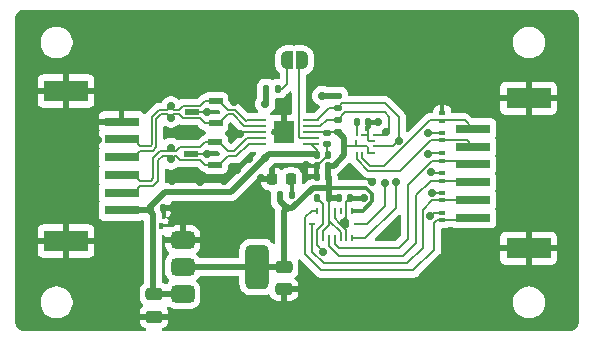
<source format=gbr>
%TF.GenerationSoftware,KiCad,Pcbnew,8.0.7*%
%TF.CreationDate,2024-12-18T22:04:57+01:00*%
%TF.ProjectId,Xplore ERC IMU,58706c6f-7265-4204-9552-4320494d552e,rev?*%
%TF.SameCoordinates,Original*%
%TF.FileFunction,Copper,L1,Top*%
%TF.FilePolarity,Positive*%
%FSLAX46Y46*%
G04 Gerber Fmt 4.6, Leading zero omitted, Abs format (unit mm)*
G04 Created by KiCad (PCBNEW 8.0.7) date 2024-12-18 22:04:57*
%MOMM*%
%LPD*%
G01*
G04 APERTURE LIST*
G04 Aperture macros list*
%AMRoundRect*
0 Rectangle with rounded corners*
0 $1 Rounding radius*
0 $2 $3 $4 $5 $6 $7 $8 $9 X,Y pos of 4 corners*
0 Add a 4 corners polygon primitive as box body*
4,1,4,$2,$3,$4,$5,$6,$7,$8,$9,$2,$3,0*
0 Add four circle primitives for the rounded corners*
1,1,$1+$1,$2,$3*
1,1,$1+$1,$4,$5*
1,1,$1+$1,$6,$7*
1,1,$1+$1,$8,$9*
0 Add four rect primitives between the rounded corners*
20,1,$1+$1,$2,$3,$4,$5,0*
20,1,$1+$1,$4,$5,$6,$7,0*
20,1,$1+$1,$6,$7,$8,$9,0*
20,1,$1+$1,$8,$9,$2,$3,0*%
%AMFreePoly0*
4,1,19,0.500000,-0.750000,0.000000,-0.750000,0.000000,-0.744911,-0.071157,-0.744911,-0.207708,-0.704816,-0.327430,-0.627875,-0.420627,-0.520320,-0.479746,-0.390866,-0.500000,-0.250000,-0.500000,0.250000,-0.479746,0.390866,-0.420627,0.520320,-0.327430,0.627875,-0.207708,0.704816,-0.071157,0.744911,0.000000,0.744911,0.000000,0.750000,0.500000,0.750000,0.500000,-0.750000,0.500000,-0.750000,
$1*%
%AMFreePoly1*
4,1,19,0.000000,0.744911,0.071157,0.744911,0.207708,0.704816,0.327430,0.627875,0.420627,0.520320,0.479746,0.390866,0.500000,0.250000,0.500000,-0.250000,0.479746,-0.390866,0.420627,-0.520320,0.327430,-0.627875,0.207708,-0.704816,0.071157,-0.744911,0.000000,-0.744911,0.000000,-0.750000,-0.500000,-0.750000,-0.500000,0.750000,0.000000,0.750000,0.000000,0.744911,0.000000,0.744911,
$1*%
G04 Aperture macros list end*
%TA.AperFunction,SMDPad,CuDef*%
%ADD10R,0.304800X0.558800*%
%TD*%
%TA.AperFunction,SMDPad,CuDef*%
%ADD11RoundRect,0.140000X0.140000X0.170000X-0.140000X0.170000X-0.140000X-0.170000X0.140000X-0.170000X0*%
%TD*%
%TA.AperFunction,SMDPad,CuDef*%
%ADD12R,0.558800X0.304800*%
%TD*%
%TA.AperFunction,SMDPad,CuDef*%
%ADD13R,1.168400X0.533400*%
%TD*%
%TA.AperFunction,SMDPad,CuDef*%
%ADD14RoundRect,0.140000X-0.170000X0.140000X-0.170000X-0.140000X0.170000X-0.140000X0.170000X0.140000X0*%
%TD*%
%TA.AperFunction,SMDPad,CuDef*%
%ADD15R,2.899999X0.800000*%
%TD*%
%TA.AperFunction,SMDPad,CuDef*%
%ADD16R,3.800000X1.800000*%
%TD*%
%TA.AperFunction,SMDPad,CuDef*%
%ADD17RoundRect,0.375000X-0.625000X-0.375000X0.625000X-0.375000X0.625000X0.375000X-0.625000X0.375000X0*%
%TD*%
%TA.AperFunction,SMDPad,CuDef*%
%ADD18RoundRect,0.500000X-0.500000X-1.400000X0.500000X-1.400000X0.500000X1.400000X-0.500000X1.400000X0*%
%TD*%
%TA.AperFunction,SMDPad,CuDef*%
%ADD19RoundRect,0.250000X-0.475000X0.250000X-0.475000X-0.250000X0.475000X-0.250000X0.475000X0.250000X0*%
%TD*%
%TA.AperFunction,SMDPad,CuDef*%
%ADD20R,0.250000X0.475000*%
%TD*%
%TA.AperFunction,SMDPad,CuDef*%
%ADD21R,0.475000X0.250000*%
%TD*%
%TA.AperFunction,SMDPad,CuDef*%
%ADD22RoundRect,0.135000X0.135000X0.185000X-0.135000X0.185000X-0.135000X-0.185000X0.135000X-0.185000X0*%
%TD*%
%TA.AperFunction,SMDPad,CuDef*%
%ADD23RoundRect,0.218750X-0.218750X-0.256250X0.218750X-0.256250X0.218750X0.256250X-0.218750X0.256250X0*%
%TD*%
%TA.AperFunction,SMDPad,CuDef*%
%ADD24R,0.250000X0.275000*%
%TD*%
%TA.AperFunction,SMDPad,CuDef*%
%ADD25FreePoly0,0.000000*%
%TD*%
%TA.AperFunction,SMDPad,CuDef*%
%ADD26FreePoly1,0.000000*%
%TD*%
%TA.AperFunction,SMDPad,CuDef*%
%ADD27RoundRect,0.140000X-0.140000X-0.170000X0.140000X-0.170000X0.140000X0.170000X-0.140000X0.170000X0*%
%TD*%
%TA.AperFunction,SMDPad,CuDef*%
%ADD28RoundRect,0.135000X0.185000X-0.135000X0.185000X0.135000X-0.185000X0.135000X-0.185000X-0.135000X0*%
%TD*%
%TA.AperFunction,SMDPad,CuDef*%
%ADD29R,1.327899X0.279400*%
%TD*%
%TA.AperFunction,SMDPad,CuDef*%
%ADD30R,1.778000X1.981200*%
%TD*%
%TA.AperFunction,ViaPad*%
%ADD31C,0.700000*%
%TD*%
%TA.AperFunction,Conductor*%
%ADD32C,0.200000*%
%TD*%
%TA.AperFunction,Conductor*%
%ADD33C,0.500000*%
%TD*%
%TA.AperFunction,Conductor*%
%ADD34C,0.300000*%
%TD*%
%TA.AperFunction,Conductor*%
%ADD35C,0.143500*%
%TD*%
G04 APERTURE END LIST*
D10*
%TO.P,U5,1,1*%
%TO.N,+5V*%
X129652401Y-109000000D03*
%TO.P,U5,2,2*%
%TO.N,GND*%
X130347599Y-109000000D03*
%TD*%
D11*
%TO.P,C4,1*%
%TO.N,+3.3V*%
X144486128Y-104863407D03*
%TO.P,C4,2*%
%TO.N,GND*%
X143526128Y-104863407D03*
%TD*%
D12*
%TO.P,CR3,1*%
%TO.N,/INT2*%
X154150000Y-108535000D03*
%TO.P,CR3,2*%
%TO.N,GND*%
X154150000Y-107900000D03*
%TD*%
%TO.P,CR5,1*%
%TO.N,/INT4*%
X154150000Y-105185000D03*
%TO.P,CR5,2*%
%TO.N,GND*%
X154150000Y-104550000D03*
%TD*%
D13*
%TO.P,CR1,1,1*%
%TO.N,/CANSCL-*%
X134940446Y-103850996D03*
%TO.P,CR1,2,2*%
%TO.N,/CANSCL+*%
X134940446Y-101950994D03*
%TO.P,CR1,3,3*%
%TO.N,GND*%
X132908446Y-102900995D03*
%TD*%
D11*
%TO.P,C1,1*%
%TO.N,+3.3V*%
X144539756Y-106690000D03*
%TO.P,C1,2*%
%TO.N,GND*%
X143579756Y-106690000D03*
%TD*%
D14*
%TO.P,C6,1*%
%TO.N,+3.3V*%
X144392352Y-101119971D03*
%TO.P,C6,2*%
%TO.N,GND*%
X144392352Y-102079971D03*
%TD*%
D15*
%TO.P,J2,1,1*%
%TO.N,+5V*%
X127000000Y-107704000D03*
%TO.P,J2,2,2*%
%TO.N,/CANSDA-*%
X127000000Y-101704000D03*
%TO.P,J2,3,3*%
%TO.N,/CANSDA+*%
X127000000Y-103203999D03*
%TO.P,J2,4,4*%
%TO.N,/CANSCL+*%
X127000000Y-104704001D03*
%TO.P,J2,5,5*%
%TO.N,/CANSCL-*%
X127000000Y-106204001D03*
%TO.P,J2,6,6*%
%TO.N,GND*%
X127000000Y-100204000D03*
D16*
%TO.P,J2,7,7*%
X122299999Y-97604005D03*
%TO.P,J2,8,8*%
X122299999Y-110303995D03*
%TD*%
D17*
%TO.P,U4,1,GND*%
%TO.N,GND*%
X132180000Y-110200000D03*
%TO.P,U4,2,VO*%
%TO.N,+3.3V*%
X132180000Y-112500000D03*
D18*
X138480000Y-112500000D03*
D17*
%TO.P,U4,3,VI*%
%TO.N,+5V*%
X132180000Y-114800000D03*
%TD*%
D12*
%TO.P,CR6,1*%
%TO.N,/INT3*%
X154150000Y-103517500D03*
%TO.P,CR6,2*%
%TO.N,GND*%
X154150000Y-102882500D03*
%TD*%
D19*
%TO.P,C11,1*%
%TO.N,+3.3V*%
X140750000Y-112500000D03*
%TO.P,C11,2*%
%TO.N,GND*%
X140750000Y-114400000D03*
%TD*%
D12*
%TO.P,CR8,1*%
%TO.N,/DRDY*%
X154150000Y-100117500D03*
%TO.P,CR8,2*%
%TO.N,GND*%
X154150000Y-99482500D03*
%TD*%
D20*
%TO.P,U2,1,INT2*%
%TO.N,/INT2*%
X143545000Y-107735000D03*
%TO.P,U2,2,NC*%
%TO.N,GND*%
X144045000Y-107735000D03*
%TO.P,U2,3,VDD*%
%TO.N,+3.3V*%
X144545000Y-107735000D03*
%TO.P,U2,4,GNDA*%
%TO.N,GND*%
X145045000Y-107735000D03*
%TO.P,U2,5,CSB2*%
%TO.N,unconnected-(U2-CSB2-Pad5)*%
X145545000Y-107735000D03*
%TO.P,U2,6,GNDIO*%
%TO.N,GND*%
X146045000Y-107735000D03*
%TO.P,U2,7,PS*%
%TO.N,+3.3V*%
X146545000Y-107735000D03*
D21*
%TO.P,U2,8,SCL/SCK*%
%TO.N,/SCL*%
X146960000Y-108900000D03*
D20*
%TO.P,U2,9,SDA/SDI*%
%TO.N,/SDA*%
X146545000Y-110065000D03*
%TO.P,U2,10,SDO2*%
%TO.N,GND*%
X146045000Y-110065000D03*
%TO.P,U2,11,VDDIO*%
%TO.N,+3.3V*%
X145545000Y-110065000D03*
%TO.P,U2,12,INT3*%
%TO.N,/INT3*%
X145045000Y-110065000D03*
%TO.P,U2,13,INT4*%
%TO.N,/INT4*%
X144545000Y-110065000D03*
%TO.P,U2,14,CSB1*%
%TO.N,+3.3V*%
X144045000Y-110065000D03*
%TO.P,U2,15,SDO1*%
%TO.N,GND*%
X143545000Y-110065000D03*
D21*
%TO.P,U2,16,INT1*%
%TO.N,/INT1*%
X143130000Y-108900000D03*
%TD*%
D22*
%TO.P,R8,1*%
%TO.N,Net-(D1-A)*%
X141410000Y-106450000D03*
%TO.P,R8,2*%
%TO.N,+3.3V*%
X140390000Y-106450000D03*
%TD*%
D23*
%TO.P,D1,1,K*%
%TO.N,GND*%
X139762500Y-105050000D03*
%TO.P,D1,2,A*%
%TO.N,Net-(D1-A)*%
X141337500Y-105050000D03*
%TD*%
D15*
%TO.P,J1,1,1*%
%TO.N,/INT2*%
X156770000Y-108320000D03*
%TO.P,J1,2,2*%
%TO.N,/INT1*%
X156770000Y-106820000D03*
%TO.P,J1,3,3*%
%TO.N,/INT4*%
X156770000Y-105320001D03*
%TO.P,J1,4,4*%
%TO.N,/INT3*%
X156770000Y-103819999D03*
%TO.P,J1,5,5*%
%TO.N,/MAG_INT*%
X156770000Y-102319999D03*
%TO.P,J1,6,6*%
%TO.N,/DRDY*%
X156770000Y-100820000D03*
D16*
%TO.P,J1,7,7*%
%TO.N,GND*%
X161470001Y-110919995D03*
%TO.P,J1,8,8*%
X161470001Y-98220005D03*
%TD*%
D24*
%TO.P,U1,1,SCL/SPC*%
%TO.N,/SCL*%
X148400000Y-101287500D03*
%TO.P,U1,2,GND*%
%TO.N,GND*%
X147900000Y-101287500D03*
%TO.P,U1,3,GND*%
X147400000Y-101287500D03*
%TO.P,U1,4,C1*%
%TO.N,Net-(U1-C1)*%
X146900000Y-101287500D03*
%TO.P,U1,5,Vdd*%
%TO.N,+3.3V*%
X146887500Y-101800000D03*
%TO.P,U1,6,Vdd_IO*%
X146887500Y-102300000D03*
%TO.P,U1,7,INT*%
%TO.N,/MAG_INT*%
X146900000Y-102812500D03*
%TO.P,U1,8,DRDY*%
%TO.N,/DRDY*%
X147400000Y-102812500D03*
%TO.P,U1,9,SDO/SA1*%
%TO.N,+3.3V*%
X147900000Y-102812500D03*
%TO.P,U1,10,~{CS}*%
X148400000Y-102812500D03*
%TO.P,U1,11,SDA/SDI/SDO*%
%TO.N,/SDA*%
X148412500Y-102300000D03*
%TO.P,U1,12,GND*%
%TO.N,GND*%
X148412500Y-101800000D03*
%TD*%
D25*
%TO.P,JP1,1,A*%
%TO.N,/SLD_R2*%
X141000000Y-95000000D03*
D26*
%TO.P,JP1,2,B*%
%TO.N,/SLD_PIN*%
X142300000Y-95000000D03*
%TD*%
D13*
%TO.P,CR2,1,1*%
%TO.N,/CANSDA+*%
X134962346Y-100340996D03*
%TO.P,CR2,2,2*%
%TO.N,/CANSDA-*%
X134962346Y-98440994D03*
%TO.P,CR2,3,3*%
%TO.N,GND*%
X132930346Y-99390995D03*
%TD*%
D27*
%TO.P,C7,1*%
%TO.N,+5V*%
X143530000Y-102990000D03*
%TO.P,C7,2*%
%TO.N,GND*%
X144490000Y-102990000D03*
%TD*%
D22*
%TO.P,R2,1*%
%TO.N,/SLD_R2*%
X140260000Y-97400000D03*
%TO.P,R2,2*%
%TO.N,+5V*%
X139240000Y-97400000D03*
%TD*%
D27*
%TO.P,C2,1*%
%TO.N,+3.3V*%
X145420000Y-106670000D03*
%TO.P,C2,2*%
%TO.N,GND*%
X146380000Y-106670000D03*
%TD*%
%TO.P,C5,1*%
%TO.N,Net-(U1-C1)*%
X146900000Y-100250000D03*
%TO.P,C5,2*%
%TO.N,GND*%
X147860000Y-100250000D03*
%TD*%
D11*
%TO.P,C3,1*%
%TO.N,+3.3V*%
X144491128Y-103913407D03*
%TO.P,C3,2*%
%TO.N,GND*%
X143531128Y-103913407D03*
%TD*%
D28*
%TO.P,R6,1*%
%TO.N,/SDA*%
X145326518Y-99020000D03*
%TO.P,R6,2*%
%TO.N,+3.3V*%
X145326518Y-98000000D03*
%TD*%
D11*
%TO.P,C12,1*%
%TO.N,GND*%
X130480000Y-107500000D03*
%TO.P,C12,2*%
%TO.N,+5V*%
X129520000Y-107500000D03*
%TD*%
D29*
%TO.P,U3,1,CANSDAL*%
%TO.N,/CANSDA-*%
X138578629Y-100085993D03*
%TO.P,U3,2,CANSDAH*%
%TO.N,/CANSDA+*%
X138578629Y-100585995D03*
%TO.P,U3,3,GND*%
%TO.N,GND*%
X138578629Y-101085994D03*
%TO.P,U3,4,CANSCLH*%
%TO.N,/CANSCL+*%
X138578629Y-101585993D03*
%TO.P,U3,5,CANSCLL*%
%TO.N,/CANSCL-*%
X138578629Y-102085995D03*
%TO.P,U3,6,VIN*%
%TO.N,+5V*%
X143005325Y-102085995D03*
%TO.P,U3,7,EN/MODE*%
%TO.N,/SLD_PIN*%
X143005325Y-101585993D03*
%TO.P,U3,8,VCC*%
%TO.N,+3.3V*%
X143005325Y-101085994D03*
%TO.P,U3,9,SCL*%
%TO.N,/SCL*%
X143005325Y-100585995D03*
%TO.P,U3,10,SDA*%
%TO.N,/SDA*%
X143005325Y-100085993D03*
D30*
%TO.P,U3,11,GND*%
%TO.N,GND*%
X140791977Y-101085994D03*
%TD*%
D19*
%TO.P,C10,1*%
%TO.N,+5V*%
X129750000Y-114800000D03*
%TO.P,C10,2*%
%TO.N,GND*%
X129750000Y-116700000D03*
%TD*%
D12*
%TO.P,CR7,1*%
%TO.N,/MAG_INT*%
X154150000Y-101785000D03*
%TO.P,CR7,2*%
%TO.N,GND*%
X154150000Y-101150000D03*
%TD*%
%TO.P,CR4,1*%
%TO.N,/INT1*%
X154150000Y-106850000D03*
%TO.P,CR4,2*%
%TO.N,GND*%
X154150000Y-106215000D03*
%TD*%
D28*
%TO.P,R5,1*%
%TO.N,+3.3V*%
X145330000Y-101060000D03*
%TO.P,R5,2*%
%TO.N,/SCL*%
X145330000Y-100040000D03*
%TD*%
D31*
%TO.N,+3.3V*%
X144000000Y-98000000D03*
X141000000Y-107550000D03*
%TO.N,GND*%
X126500000Y-93500000D03*
X142600000Y-103900000D03*
X156500000Y-93500000D03*
X126500000Y-113500000D03*
X131300000Y-107500000D03*
X134200000Y-99350000D03*
X148700000Y-100250000D03*
X144090487Y-111209726D03*
X148200000Y-105300000D03*
X156500000Y-113500000D03*
X153239430Y-104479810D03*
X132950000Y-101150000D03*
X134600000Y-96850000D03*
X153450000Y-112700000D03*
X154150000Y-98550000D03*
X153285980Y-106215000D03*
X145900000Y-113900000D03*
X147500000Y-106650000D03*
X152977867Y-101139133D03*
X121500000Y-103500000D03*
X121500000Y-113500000D03*
X131500000Y-93500000D03*
X149900000Y-109550000D03*
X132700000Y-97500000D03*
X150500000Y-113900000D03*
X140791977Y-101085994D03*
X161500000Y-103500000D03*
X151500000Y-93500000D03*
X156500000Y-98500000D03*
X146500000Y-93500000D03*
X153150246Y-108176882D03*
X138800000Y-105000000D03*
X136500000Y-98500000D03*
X133650000Y-105300000D03*
X134208446Y-102920995D03*
X135700000Y-105200000D03*
X137067197Y-101207422D03*
X124999999Y-101750000D03*
X137750000Y-103350000D03*
X148250000Y-113900000D03*
X131250000Y-108800000D03*
X136200000Y-97100000D03*
X151500000Y-98500000D03*
X131000000Y-97250000D03*
X136750000Y-104300000D03*
X131250000Y-105250000D03*
X161500000Y-113500000D03*
X152950000Y-102950000D03*
X161500000Y-108500000D03*
X136500000Y-93500000D03*
X126500000Y-98500000D03*
%TO.N,+5V*%
X139175000Y-98675000D03*
X139156142Y-103268857D03*
%TO.N,/CANSCL-*%
X131197354Y-103400000D03*
%TO.N,/CANSCL+*%
X131194056Y-102400000D03*
%TO.N,/CANSDA-*%
X131166102Y-98905522D03*
%TO.N,/CANSDA+*%
X131166102Y-99855522D03*
%TO.N,/SCL*%
X149300000Y-105400000D03*
X149400000Y-101100000D03*
%TO.N,/SDA*%
X150200000Y-105300000D03*
X150455761Y-101805761D03*
%TD*%
D32*
%TO.N,+3.3V*%
X144545000Y-107040000D02*
X144545000Y-106695244D01*
D33*
X141000000Y-107550000D02*
X140750000Y-107800000D01*
X145400000Y-106690000D02*
X144539756Y-106690000D01*
D32*
X144546372Y-106365244D02*
X144541128Y-106360000D01*
X144539756Y-108970930D02*
X144539756Y-106690000D01*
D34*
X148200000Y-106360050D02*
X147669950Y-105830000D01*
D33*
X141000000Y-107550000D02*
X141461056Y-107550000D01*
X140750000Y-107800000D02*
X140750000Y-112500000D01*
X140390000Y-106940000D02*
X140390000Y-106450000D01*
D34*
X147669950Y-105830000D02*
X144539756Y-105830000D01*
D33*
X145850000Y-103013407D02*
X144950000Y-103913407D01*
D34*
X146570000Y-107735000D02*
X147404950Y-107735000D01*
D33*
X145330000Y-101060000D02*
X145850000Y-101580000D01*
X144539756Y-105830000D02*
X144539756Y-104917035D01*
X141000000Y-107550000D02*
X140390000Y-106940000D01*
D32*
X145545000Y-110065000D02*
X145545000Y-109570000D01*
X145545000Y-109570000D02*
X144545000Y-108570000D01*
X144045000Y-109465686D02*
X144539756Y-108970930D01*
D33*
X132180000Y-112500000D02*
X138480000Y-112500000D01*
D32*
X147900000Y-102812500D02*
X147900000Y-102450000D01*
D33*
X144486128Y-103918407D02*
X144491128Y-103913407D01*
X144950000Y-103913407D02*
X144491128Y-103913407D01*
D32*
X145330000Y-101060000D02*
X144452323Y-101060000D01*
D33*
X144000000Y-98000000D02*
X145326518Y-98000000D01*
D32*
X146887500Y-101800000D02*
X146887500Y-102300000D01*
D33*
X144539756Y-104917035D02*
X144486128Y-104863407D01*
X145420000Y-106670000D02*
X145400000Y-106690000D01*
X144486128Y-104863407D02*
X144486128Y-103918407D01*
D32*
X145850000Y-102300000D02*
X146887500Y-102300000D01*
D34*
X148200000Y-106939950D02*
X148200000Y-106360050D01*
D33*
X144539756Y-106690000D02*
X144539756Y-105830000D01*
X141461056Y-107550000D02*
X143181056Y-105830000D01*
D32*
X147750000Y-102300000D02*
X146887500Y-102300000D01*
X144045000Y-110065000D02*
X144045000Y-109465686D01*
X148400000Y-102812500D02*
X147900000Y-102812500D01*
D33*
X144539756Y-106690000D02*
X144539756Y-106361372D01*
D32*
X143005325Y-101085994D02*
X144358375Y-101085994D01*
D33*
X138480000Y-112500000D02*
X140750000Y-112500000D01*
X145850000Y-101580000D02*
X145850000Y-102300000D01*
D34*
X147404950Y-107735000D02*
X148200000Y-106939950D01*
D33*
X145850000Y-102300000D02*
X145850000Y-103013407D01*
D32*
X147900000Y-102450000D02*
X147750000Y-102300000D01*
D33*
X143181056Y-105830000D02*
X144539756Y-105830000D01*
D32*
X144452323Y-101060000D02*
X144392352Y-101119971D01*
D33*
X144539756Y-106361372D02*
X144541128Y-106360000D01*
D32*
%TO.N,GND*%
X131250000Y-108800000D02*
X131050000Y-109000000D01*
X143531128Y-104858407D02*
X143526128Y-104863407D01*
X147900000Y-101287500D02*
X147860000Y-101247500D01*
X152977867Y-101139133D02*
X154089133Y-101139133D01*
X144392352Y-102892352D02*
X144490000Y-102990000D01*
X153427128Y-107900000D02*
X154150000Y-107900000D01*
X152950000Y-102950000D02*
X153017500Y-102882500D01*
X131050000Y-109000000D02*
X130347599Y-109000000D01*
X145500000Y-108800000D02*
X146045000Y-108255000D01*
X137067197Y-101207422D02*
X137188625Y-101085994D01*
X144090487Y-111209726D02*
X144003021Y-111122260D01*
X144090487Y-111209726D02*
X143545000Y-110664239D01*
X147950000Y-101800000D02*
X148412500Y-101800000D01*
X144490000Y-102990000D02*
X144478401Y-102990000D01*
X146380000Y-106670000D02*
X146045000Y-107005000D01*
X143579756Y-106690000D02*
X144045000Y-107155244D01*
X134159005Y-99390995D02*
X134200000Y-99350000D01*
X142600000Y-103900000D02*
X142600000Y-104600000D01*
X146045000Y-108255000D02*
X146045000Y-107735000D01*
X153150246Y-108176882D02*
X153427128Y-107900000D01*
X130400000Y-109052401D02*
X130347599Y-109000000D01*
X143545000Y-110065000D02*
X143545000Y-109400000D01*
X142863407Y-104863407D02*
X143526128Y-104863407D01*
X142600000Y-104600000D02*
X142863407Y-104863407D01*
X147900000Y-101750000D02*
X147950000Y-101800000D01*
X154089133Y-101139133D02*
X154150000Y-101200000D01*
X147860000Y-101247500D02*
X147860000Y-100250000D01*
X132908446Y-102900995D02*
X134188446Y-102900995D01*
X130480000Y-107500000D02*
X130400000Y-107580000D01*
X144392352Y-102079971D02*
X144392352Y-102892352D01*
X138800000Y-105000000D02*
X139712500Y-105000000D01*
X131880000Y-110500000D02*
X132180000Y-110200000D01*
X144003021Y-111122260D02*
X143922260Y-111122260D01*
X143545000Y-110664239D02*
X143545000Y-110065000D01*
X145450000Y-108800000D02*
X146045000Y-109395000D01*
X145045000Y-107735000D02*
X145045000Y-108395000D01*
X144045000Y-108900000D02*
X144045000Y-107735000D01*
X147900000Y-101287500D02*
X147900000Y-101750000D01*
X145045000Y-108395000D02*
X145450000Y-108800000D01*
X145450000Y-108800000D02*
X145500000Y-108800000D01*
X143531128Y-103913407D02*
X143531128Y-104858407D01*
X139712500Y-105000000D02*
X139762500Y-105050000D01*
X147480000Y-106670000D02*
X146380000Y-106670000D01*
X153292120Y-104532500D02*
X154100000Y-104532500D01*
X153285980Y-106215000D02*
X154100000Y-106215000D01*
X146045000Y-107005000D02*
X146045000Y-107735000D01*
X146045000Y-109395000D02*
X146045000Y-110065000D01*
X144478401Y-102990000D02*
X143554994Y-103913407D01*
X144045000Y-107155244D02*
X144045000Y-107735000D01*
X132930346Y-99390995D02*
X134159005Y-99390995D01*
X154150000Y-98550000D02*
X154150000Y-99482500D01*
X130400000Y-108947599D02*
X130347599Y-109000000D01*
X134188446Y-102900995D02*
X134208446Y-102920995D01*
X153017500Y-102882500D02*
X154150000Y-102882500D01*
X147400000Y-101287500D02*
X147900000Y-101287500D01*
X148700000Y-100250000D02*
X147860000Y-100250000D01*
X153239430Y-104479810D02*
X153292120Y-104532500D01*
X143554994Y-103913407D02*
X143531128Y-103913407D01*
X137188625Y-101085994D02*
X138578629Y-101085994D01*
X147500000Y-106650000D02*
X147480000Y-106670000D01*
X143545000Y-109400000D02*
X144045000Y-108900000D01*
%TO.N,Net-(U1-C1)*%
X146900000Y-101287500D02*
X146900000Y-100250000D01*
D33*
%TO.N,+5V*%
X130681734Y-106150000D02*
X129316000Y-107515734D01*
X143469971Y-102929971D02*
X143530000Y-102990000D01*
D32*
X143530000Y-102610670D02*
X143530000Y-102990000D01*
D33*
X129316000Y-107704000D02*
X129652401Y-108040401D01*
X129520000Y-107500000D02*
X129484802Y-107464802D01*
X129750000Y-114800000D02*
X132180000Y-114800000D01*
X129652401Y-114702401D02*
X129750000Y-114800000D01*
X129316000Y-107704000D02*
X127000000Y-107704000D01*
X139250000Y-97410000D02*
X139240000Y-97400000D01*
X139156142Y-103268857D02*
X139495028Y-102929971D01*
X139156142Y-103268858D02*
X136275000Y-106150000D01*
X139495028Y-102929971D02*
X143469971Y-102929971D01*
D32*
X143005325Y-102085995D02*
X143530000Y-102610670D01*
D33*
X139175000Y-98675000D02*
X139250000Y-98600000D01*
X139250000Y-98600000D02*
X139250000Y-97410000D01*
X129652401Y-108040401D02*
X129652401Y-109000000D01*
X129316000Y-107515734D02*
X129316000Y-107704000D01*
X129520000Y-114780000D02*
X129500000Y-114800000D01*
X139156142Y-103268857D02*
X139156142Y-103268858D01*
X129652401Y-109000000D02*
X129652401Y-114702401D01*
X136275000Y-106150000D02*
X130681734Y-106150000D01*
D35*
%TO.N,/CANSCL-*%
X131577244Y-103125996D02*
X131918943Y-103467695D01*
X130469129Y-103125996D02*
X130125000Y-103470125D01*
X135982947Y-103125995D02*
X136704264Y-103125995D01*
X134064145Y-103850996D02*
X134940446Y-103850996D01*
X131197354Y-103400000D02*
X130923350Y-103125996D01*
X130125000Y-105193200D02*
X129639199Y-105679001D01*
X129639199Y-105679001D02*
X128574999Y-105679001D01*
X138054380Y-102085995D02*
X138578629Y-102085995D01*
X130125000Y-103470125D02*
X130125000Y-105193200D01*
X135257946Y-103850996D02*
X135982947Y-103125995D01*
X134940446Y-103850996D02*
X135257946Y-103850996D01*
X131197354Y-103400000D02*
X131471358Y-103125996D01*
X133680844Y-103467695D02*
X134064145Y-103850996D01*
X130923350Y-103125996D02*
X130469129Y-103125996D01*
X136704264Y-103125995D02*
X137769265Y-102060994D01*
X128574999Y-105679001D02*
X128049999Y-106204001D01*
X131471358Y-103125996D02*
X131577244Y-103125996D01*
X137769265Y-102060994D02*
X138029379Y-102060994D01*
X128049999Y-106204001D02*
X127000000Y-106204001D01*
X138029379Y-102060994D02*
X138054380Y-102085995D01*
X131918943Y-103467695D02*
X133680844Y-103467695D01*
%TO.N,/CANSCL+*%
X135257946Y-101950994D02*
X135982947Y-102675995D01*
X135982947Y-102675995D02*
X136517864Y-102675995D01*
X129452799Y-105229001D02*
X128574999Y-105229001D01*
X130918062Y-102675994D02*
X130282731Y-102675994D01*
X138054380Y-101585993D02*
X138578629Y-101585993D01*
X131194056Y-102400000D02*
X131470050Y-102675994D01*
X129675000Y-103283725D02*
X129675000Y-105006800D01*
X130282731Y-102675994D02*
X129675000Y-103283725D01*
X137582865Y-101610994D02*
X138029379Y-101610994D01*
X128049999Y-104704001D02*
X127000000Y-104704001D01*
X133680844Y-102334295D02*
X134064145Y-101950994D01*
X131577244Y-102675994D02*
X131918943Y-102334295D01*
X134940446Y-101950994D02*
X135257946Y-101950994D01*
X131194056Y-102400000D02*
X130918062Y-102675994D01*
X128574999Y-105229001D02*
X128049999Y-104704001D01*
X131918943Y-102334295D02*
X133680844Y-102334295D01*
X131470050Y-102675994D02*
X131577244Y-102675994D01*
X136517864Y-102675995D02*
X137582865Y-101610994D01*
X138029379Y-101610994D02*
X138054380Y-101585993D01*
X129675000Y-105006800D02*
X129452799Y-105229001D01*
X134064145Y-101950994D02*
X134940446Y-101950994D01*
%TO.N,/CANSDA-*%
X128577645Y-102229001D02*
X129455445Y-102229001D01*
X131866228Y-99183772D02*
X131444352Y-99183772D01*
X129553250Y-102131196D02*
X129553250Y-99818502D01*
X133674494Y-98852545D02*
X132197455Y-98852545D01*
X128052645Y-101704001D02*
X128577645Y-102229001D01*
X138578629Y-100085993D02*
X137582705Y-100085993D01*
X135279846Y-98440994D02*
X134962346Y-98440994D01*
X137529454Y-100139244D02*
X137517492Y-100139244D01*
X131444352Y-99183772D02*
X131166102Y-98905522D01*
X130887852Y-99183772D02*
X131166102Y-98905522D01*
X136572493Y-99194245D02*
X136033097Y-99194245D01*
X137517492Y-100139244D02*
X136572493Y-99194245D01*
X137582705Y-100085993D02*
X137529454Y-100139244D01*
X132197455Y-98852545D02*
X131866228Y-99183772D01*
X131166102Y-98905522D02*
X131219079Y-98852545D01*
X134086045Y-98440994D02*
X133674494Y-98852545D01*
X134962346Y-98440994D02*
X134086045Y-98440994D01*
X130187980Y-99183772D02*
X130887852Y-99183772D01*
X127002646Y-101704001D02*
X128052645Y-101704001D01*
X136033097Y-99194245D02*
X135279846Y-98440994D01*
X129553250Y-99818502D02*
X130187980Y-99183772D01*
X129455445Y-102229001D02*
X129553250Y-102131196D01*
%TO.N,/CANSDA+*%
X136409497Y-99587745D02*
X136033097Y-99587745D01*
X134962346Y-100340996D02*
X134086045Y-100340996D01*
X131827272Y-99577272D02*
X131444352Y-99577272D01*
X131444352Y-99577272D02*
X131166102Y-99855522D01*
X137582705Y-100585995D02*
X137529454Y-100532744D01*
X130350976Y-99577272D02*
X130887852Y-99577272D01*
X137529454Y-100532744D02*
X137354496Y-100532744D01*
X132179445Y-99929445D02*
X131827272Y-99577272D01*
X127002646Y-103204001D02*
X128052645Y-103204001D01*
X131166102Y-99855522D02*
X131240025Y-99929445D01*
X135279846Y-100340996D02*
X134962346Y-100340996D01*
X138578629Y-100585995D02*
X137582705Y-100585995D01*
X136033097Y-99587745D02*
X135279846Y-100340996D01*
X128052645Y-103204001D02*
X128577645Y-102679001D01*
X129946750Y-102374096D02*
X129946750Y-99981498D01*
X129946750Y-99981498D02*
X130350976Y-99577272D01*
X129641845Y-102679001D02*
X129946750Y-102374096D01*
X133674494Y-99929445D02*
X132179445Y-99929445D01*
X134086045Y-100340996D02*
X133674494Y-99929445D01*
X137354496Y-100532744D02*
X136409497Y-99587745D01*
X131166102Y-99855522D02*
X131271624Y-99750000D01*
X128577645Y-102679001D02*
X129641845Y-102679001D01*
X130887852Y-99577272D02*
X131166102Y-99855522D01*
D34*
%TO.N,Net-(D1-A)*%
X141400000Y-106450000D02*
X141400000Y-105112500D01*
X141400000Y-105112500D02*
X141337500Y-105050000D01*
D32*
%TO.N,/INT1*%
X143130000Y-108900000D02*
X143120000Y-108910000D01*
X153285000Y-106865000D02*
X156725000Y-106865000D01*
X151200000Y-112200000D02*
X152500000Y-110900000D01*
X143120000Y-108910000D02*
X143120000Y-111220000D01*
X144100000Y-112200000D02*
X151200000Y-112200000D01*
X152500000Y-110900000D02*
X152500000Y-107650000D01*
X152500000Y-107650000D02*
X153285000Y-106865000D01*
X156725000Y-106865000D02*
X156770000Y-106820000D01*
X143120000Y-111220000D02*
X144100000Y-112200000D01*
%TO.N,/INT3*%
X156467501Y-103517500D02*
X153282500Y-103517500D01*
X151250000Y-105550000D02*
X151250000Y-110124394D01*
X151250000Y-110124394D02*
X150474394Y-110900000D01*
X145045000Y-110545000D02*
X145045000Y-110065000D01*
X153282500Y-103517500D02*
X151250000Y-105550000D01*
X156689999Y-103900000D02*
X156770000Y-103819999D01*
X145400000Y-110900000D02*
X145045000Y-110545000D01*
X156770000Y-103819999D02*
X155720001Y-103819999D01*
X150474394Y-110900000D02*
X145400000Y-110900000D01*
X156770000Y-103819999D02*
X156467501Y-103517500D01*
%TO.N,/INT4*%
X151900000Y-110500000D02*
X151900000Y-106450000D01*
X144545000Y-110065000D02*
X144545000Y-110745000D01*
X144545000Y-110745000D02*
X145400000Y-111600000D01*
X150800000Y-111600000D02*
X151900000Y-110500000D01*
X145400000Y-111600000D02*
X150800000Y-111600000D01*
X151900000Y-106450000D02*
X153165000Y-105185000D01*
X153165000Y-105185000D02*
X156634999Y-105185000D01*
X156634999Y-105185000D02*
X156770000Y-105320001D01*
%TO.N,/INT2*%
X143900000Y-112800000D02*
X142535000Y-111435000D01*
X143100442Y-107735000D02*
X143545000Y-107735000D01*
X153715000Y-108535000D02*
X153450000Y-108800000D01*
X151700000Y-112800000D02*
X143900000Y-112800000D01*
X142535000Y-108300442D02*
X143100442Y-107735000D01*
X156770000Y-108320000D02*
X156555000Y-108535000D01*
X153450000Y-108800000D02*
X153450000Y-111050000D01*
X153450000Y-111050000D02*
X151700000Y-112800000D01*
X156555000Y-108535000D02*
X153715000Y-108535000D01*
X142535000Y-111435000D02*
X142535000Y-108300442D01*
X156750000Y-108300000D02*
X156770000Y-108320000D01*
%TO.N,/DRDY*%
X149230761Y-103950000D02*
X153080761Y-100100000D01*
X147400000Y-102812500D02*
X147400000Y-103275000D01*
X148075000Y-103950000D02*
X149230761Y-103950000D01*
X147400000Y-103275000D02*
X148075000Y-103950000D01*
X156050000Y-100100000D02*
X156770000Y-100820000D01*
X153080761Y-100100000D02*
X156050000Y-100100000D01*
X156689995Y-100900005D02*
X156770000Y-100820000D01*
%TO.N,/MAG_INT*%
X153165000Y-101785000D02*
X156235001Y-101785000D01*
X150600000Y-104350000D02*
X153165000Y-101785000D01*
X147909314Y-104350000D02*
X150600000Y-104350000D01*
X156669994Y-102420005D02*
X156770000Y-102319999D01*
X156235001Y-101785000D02*
X156770000Y-102319999D01*
X146900000Y-102812500D02*
X146900000Y-103340686D01*
X146900000Y-103340686D02*
X147909314Y-104350000D01*
%TO.N,/SCL*%
X149650000Y-99800000D02*
X149270000Y-99420000D01*
X149650000Y-100850000D02*
X149650000Y-99800000D01*
X145180000Y-100050000D02*
X145330000Y-100200000D01*
X144362634Y-100050000D02*
X145180000Y-100050000D01*
X147750000Y-108900000D02*
X146960000Y-108900000D01*
X149300000Y-105400000D02*
X149300000Y-107350000D01*
X146960000Y-108900000D02*
X147050000Y-108900000D01*
X149270000Y-99420000D02*
X145950000Y-99420000D01*
X143826639Y-100585995D02*
X144362634Y-100050000D01*
X149300000Y-107350000D02*
X147750000Y-108900000D01*
X145950000Y-99420000D02*
X145330000Y-100040000D01*
X149212500Y-101287500D02*
X149650000Y-100850000D01*
X143005325Y-100585995D02*
X143826639Y-100585995D01*
X143005325Y-100585995D02*
X143051349Y-100539971D01*
X148400000Y-101287500D02*
X149212500Y-101287500D01*
%TO.N,/SDA*%
X149961522Y-102300000D02*
X148412500Y-102300000D01*
X150200000Y-107500000D02*
X147635000Y-110065000D01*
X145696518Y-98650000D02*
X145326518Y-99020000D01*
X150200000Y-105300000D02*
X150200000Y-107500000D01*
X150455761Y-101805761D02*
X149961522Y-102300000D01*
X149300000Y-98650000D02*
X145696518Y-98650000D01*
X150450000Y-99800000D02*
X149300000Y-98650000D01*
X143514007Y-100085993D02*
X144580000Y-99020000D01*
X150450000Y-101800000D02*
X150450000Y-99800000D01*
X150455761Y-101805761D02*
X150450000Y-101800000D01*
X147635000Y-110065000D02*
X146545000Y-110065000D01*
X144580000Y-99020000D02*
X145326518Y-99020000D01*
X143005325Y-100085993D02*
X143514007Y-100085993D01*
%TO.N,/SLD_PIN*%
X142000000Y-101484318D02*
X142101675Y-101585993D01*
X142300000Y-95000000D02*
X142000000Y-95300000D01*
X142000000Y-95300000D02*
X142000000Y-101484318D01*
X142101675Y-101585993D02*
X143005325Y-101585993D01*
%TO.N,/SLD_R2*%
X141000000Y-97000000D02*
X140600000Y-97400000D01*
X140260000Y-97400000D02*
X140600000Y-97400000D01*
X141000000Y-97000000D02*
X141000000Y-95000000D01*
X140199998Y-97339998D02*
X140260000Y-97400000D01*
%TD*%
%TA.AperFunction,Conductor*%
%TO.N,GND*%
G36*
X143041019Y-103697738D02*
G01*
X143133605Y-103752494D01*
X143174587Y-103764400D01*
X143289002Y-103797642D01*
X143289005Y-103797642D01*
X143289007Y-103797643D01*
X143325310Y-103800500D01*
X143407128Y-103800500D01*
X143474167Y-103820185D01*
X143519922Y-103872989D01*
X143528043Y-103910322D01*
X143531128Y-103913407D01*
X143586628Y-103913407D01*
X143653667Y-103933092D01*
X143699422Y-103985896D01*
X143710628Y-104037407D01*
X143710628Y-104148104D01*
X143713484Y-104184398D01*
X143713485Y-104184401D01*
X143730704Y-104243666D01*
X143735628Y-104278262D01*
X143735628Y-104481341D01*
X143730704Y-104515937D01*
X143708485Y-104592412D01*
X143708484Y-104592415D01*
X143705628Y-104628709D01*
X143705628Y-104955500D01*
X143685943Y-105022539D01*
X143633139Y-105068294D01*
X143581628Y-105079500D01*
X143107136Y-105079500D01*
X142956169Y-105109530D01*
X142956083Y-105109100D01*
X142927052Y-105113407D01*
X142747338Y-105113407D01*
X142749427Y-105139967D01*
X142735060Y-105208343D01*
X142706854Y-105242648D01*
X142706947Y-105242741D01*
X142705997Y-105243690D01*
X142704476Y-105245541D01*
X142702640Y-105247047D01*
X142485550Y-105464137D01*
X142424227Y-105497622D01*
X142354535Y-105492638D01*
X142298602Y-105450766D01*
X142274185Y-105385302D01*
X142274511Y-105363851D01*
X142275500Y-105354174D01*
X142275500Y-104745826D01*
X142265436Y-104647315D01*
X142254200Y-104613406D01*
X142747337Y-104613406D01*
X142747338Y-104613407D01*
X143276128Y-104613407D01*
X143276128Y-104163407D01*
X142752338Y-104163407D01*
X142753982Y-104184317D01*
X142801273Y-104347095D01*
X142798203Y-104347986D01*
X142804968Y-104402701D01*
X142796408Y-104431868D01*
X142794095Y-104437213D01*
X142748983Y-104592488D01*
X142748982Y-104592494D01*
X142747337Y-104613406D01*
X142254200Y-104613406D01*
X142212549Y-104487713D01*
X142212545Y-104487707D01*
X142212544Y-104487704D01*
X142124283Y-104344612D01*
X142124280Y-104344608D01*
X142005391Y-104225719D01*
X142005387Y-104225716D01*
X141862295Y-104137455D01*
X141862289Y-104137452D01*
X141862287Y-104137451D01*
X141702685Y-104084564D01*
X141702683Y-104084563D01*
X141604181Y-104074500D01*
X141604174Y-104074500D01*
X141070826Y-104074500D01*
X141070818Y-104074500D01*
X140972316Y-104084563D01*
X140972315Y-104084564D01*
X140893219Y-104110773D01*
X140812715Y-104137450D01*
X140812704Y-104137455D01*
X140669612Y-104225716D01*
X140669607Y-104225719D01*
X140637327Y-104258000D01*
X140576003Y-104291485D01*
X140506312Y-104286499D01*
X140461967Y-104258000D01*
X140430080Y-104226114D01*
X140287077Y-104137908D01*
X140287072Y-104137906D01*
X140127583Y-104085057D01*
X140029150Y-104075000D01*
X140012500Y-104075000D01*
X140012500Y-104926000D01*
X139992815Y-104993039D01*
X139940011Y-105038794D01*
X139888500Y-105050000D01*
X139762500Y-105050000D01*
X139762500Y-105176000D01*
X139742815Y-105243039D01*
X139690011Y-105288794D01*
X139638500Y-105300000D01*
X138825001Y-105300000D01*
X138825001Y-105354152D01*
X138835056Y-105452583D01*
X138887906Y-105612072D01*
X138887908Y-105612077D01*
X138976114Y-105755080D01*
X139094919Y-105873885D01*
X139237922Y-105962091D01*
X139237927Y-105962093D01*
X139397416Y-106014942D01*
X139495851Y-106024999D01*
X139499175Y-106024999D01*
X139566217Y-106044673D01*
X139611980Y-106097470D01*
X139622812Y-106158726D01*
X139619500Y-106200808D01*
X139619500Y-106699169D01*
X139619501Y-106699191D01*
X139622098Y-106732202D01*
X139622335Y-106735204D01*
X139630677Y-106763918D01*
X139634576Y-106777336D01*
X139639500Y-106811932D01*
X139639500Y-107013918D01*
X139639500Y-107013920D01*
X139639499Y-107013920D01*
X139668340Y-107158907D01*
X139668343Y-107158917D01*
X139724914Y-107295492D01*
X139757812Y-107344727D01*
X139757813Y-107344730D01*
X139807046Y-107418414D01*
X139807047Y-107418415D01*
X139807048Y-107418416D01*
X139971749Y-107583117D01*
X140005233Y-107644439D01*
X140005685Y-107694987D01*
X139999500Y-107726083D01*
X139999500Y-110418808D01*
X139979815Y-110485847D01*
X139927011Y-110531602D01*
X139857853Y-110541546D01*
X139794297Y-110512521D01*
X139779398Y-110497169D01*
X139691109Y-110388890D01*
X139557338Y-110279815D01*
X139533407Y-110260302D01*
X139353049Y-110166091D01*
X139353048Y-110166090D01*
X139353045Y-110166089D01*
X139235829Y-110132550D01*
X139157418Y-110110114D01*
X139157415Y-110110113D01*
X139157413Y-110110113D01*
X139091102Y-110104217D01*
X139038037Y-110099500D01*
X139038032Y-110099500D01*
X137921971Y-110099500D01*
X137921965Y-110099500D01*
X137921964Y-110099501D01*
X137910316Y-110100536D01*
X137802584Y-110110113D01*
X137606954Y-110166089D01*
X137516772Y-110213196D01*
X137426593Y-110260302D01*
X137426591Y-110260303D01*
X137426590Y-110260304D01*
X137268890Y-110388890D01*
X137140304Y-110546590D01*
X137046089Y-110726954D01*
X136990114Y-110922583D01*
X136990113Y-110922586D01*
X136979500Y-111041966D01*
X136979500Y-111625500D01*
X136959815Y-111692539D01*
X136907011Y-111738294D01*
X136855500Y-111749500D01*
X133672942Y-111749500D01*
X133605903Y-111729815D01*
X133561854Y-111680594D01*
X133547030Y-111650704D01*
X133427724Y-111502280D01*
X133427722Y-111502278D01*
X133358112Y-111446324D01*
X133318196Y-111388985D01*
X133315616Y-111319163D01*
X133351194Y-111259030D01*
X133358115Y-111253033D01*
X133427366Y-111197367D01*
X133427367Y-111197366D01*
X133546607Y-111049025D01*
X133546609Y-111049022D01*
X133631168Y-110878523D01*
X133677102Y-110693824D01*
X133680000Y-110651096D01*
X133680000Y-110450000D01*
X130680000Y-110450000D01*
X130680000Y-110651096D01*
X130682897Y-110693824D01*
X130728831Y-110878523D01*
X130813390Y-111049022D01*
X130813392Y-111049025D01*
X130932630Y-111197364D01*
X131001884Y-111253031D01*
X131041803Y-111310375D01*
X131044383Y-111380197D01*
X131008805Y-111440329D01*
X131001885Y-111446326D01*
X130932276Y-111502280D01*
X130812969Y-111650704D01*
X130812967Y-111650707D01*
X130728360Y-111821302D01*
X130682400Y-112006107D01*
X130679500Y-112048879D01*
X130679500Y-112951122D01*
X130679501Y-112951125D01*
X130682399Y-112993886D01*
X130682399Y-112993887D01*
X130701162Y-113069331D01*
X130723337Y-113158501D01*
X130728360Y-113178696D01*
X130812967Y-113349292D01*
X130812969Y-113349295D01*
X130932277Y-113497721D01*
X130932278Y-113497722D01*
X131001486Y-113553353D01*
X131041405Y-113610696D01*
X131043985Y-113680518D01*
X131008406Y-113740651D01*
X131001486Y-113746647D01*
X130932278Y-113802278D01*
X130919384Y-113818319D01*
X130838462Y-113918990D01*
X130781118Y-113958908D01*
X130711296Y-113961488D01*
X130676719Y-113946841D01*
X130594582Y-113896179D01*
X130544334Y-113865186D01*
X130487896Y-113846484D01*
X130430451Y-113806710D01*
X130403629Y-113742194D01*
X130402901Y-113728778D01*
X130402901Y-109903400D01*
X130422586Y-109836361D01*
X130475390Y-109790606D01*
X130526901Y-109779400D01*
X130547835Y-109779400D01*
X130549365Y-109779318D01*
X130549712Y-109779400D01*
X130551148Y-109779400D01*
X130551148Y-109779739D01*
X130617362Y-109795387D01*
X130665876Y-109845667D01*
X130680000Y-109903140D01*
X130680000Y-109950000D01*
X131930000Y-109950000D01*
X132430000Y-109950000D01*
X133680000Y-109950000D01*
X133680000Y-109748903D01*
X133677102Y-109706175D01*
X133631168Y-109521476D01*
X133546609Y-109350977D01*
X133546607Y-109350974D01*
X133427367Y-109202633D01*
X133427366Y-109202632D01*
X133279025Y-109083392D01*
X133279022Y-109083390D01*
X133108523Y-108998831D01*
X132923824Y-108952897D01*
X132881097Y-108950000D01*
X132430000Y-108950000D01*
X132430000Y-109950000D01*
X131930000Y-109950000D01*
X131930000Y-108950000D01*
X131478903Y-108950000D01*
X131436169Y-108952898D01*
X131251485Y-108998828D01*
X131251480Y-108998830D01*
X131130129Y-109059013D01*
X131130028Y-109059030D01*
X131112893Y-109086655D01*
X131110314Y-109095439D01*
X131057510Y-109141194D01*
X131005999Y-109152400D01*
X130526901Y-109152400D01*
X130459862Y-109132715D01*
X130414107Y-109079911D01*
X130402901Y-109028400D01*
X130402901Y-108971600D01*
X130422586Y-108904561D01*
X130475390Y-108858806D01*
X130526901Y-108847600D01*
X130999998Y-108847600D01*
X130999999Y-108847599D01*
X130999999Y-108672772D01*
X130999998Y-108672755D01*
X130993597Y-108613227D01*
X130993595Y-108613220D01*
X130943353Y-108478513D01*
X130943351Y-108478510D01*
X130893265Y-108411604D01*
X130868847Y-108346139D01*
X130883698Y-108277866D01*
X130929410Y-108230560D01*
X131015375Y-108179720D01*
X131015383Y-108179714D01*
X131129714Y-108065383D01*
X131129721Y-108065374D01*
X131212031Y-107926195D01*
X131212033Y-107926190D01*
X131257144Y-107770918D01*
X131257145Y-107770912D01*
X131258790Y-107750000D01*
X130730000Y-107750000D01*
X130730000Y-108316000D01*
X130710315Y-108383039D01*
X130657511Y-108428794D01*
X130606000Y-108440000D01*
X130526901Y-108440000D01*
X130459862Y-108420315D01*
X130414107Y-108367511D01*
X130402901Y-108316000D01*
X130402901Y-107966480D01*
X130374060Y-107821493D01*
X130374059Y-107821492D01*
X130374059Y-107821488D01*
X130317485Y-107684906D01*
X130317483Y-107684904D01*
X130317181Y-107684173D01*
X130309712Y-107614703D01*
X130340987Y-107552224D01*
X130344009Y-107549091D01*
X130356787Y-107536313D01*
X130418110Y-107502833D01*
X130444463Y-107500000D01*
X130480000Y-107500000D01*
X130480000Y-107464463D01*
X130499685Y-107397424D01*
X130516319Y-107376782D01*
X130606782Y-107286319D01*
X130668105Y-107252834D01*
X130694463Y-107250000D01*
X131258790Y-107250000D01*
X131257145Y-107229089D01*
X131212030Y-107073801D01*
X131212007Y-107073747D01*
X131212001Y-107073700D01*
X131209855Y-107066313D01*
X131211046Y-107065966D01*
X131203447Y-107004404D01*
X131233736Y-106941441D01*
X131293258Y-106904849D01*
X131325808Y-106900500D01*
X136348920Y-106900500D01*
X136453539Y-106879689D01*
X136493913Y-106871658D01*
X136562204Y-106843371D01*
X136630491Y-106815086D01*
X136630492Y-106815085D01*
X136630495Y-106815084D01*
X136707071Y-106763918D01*
X136753416Y-106732952D01*
X138668003Y-104818363D01*
X138729325Y-104784879D01*
X138799016Y-104789863D01*
X138814789Y-104800000D01*
X139512500Y-104800000D01*
X139512500Y-104121710D01*
X139532185Y-104054671D01*
X139578943Y-104014154D01*
X139578112Y-104012715D01*
X139583730Y-104009470D01*
X139583735Y-104009469D01*
X139728372Y-103904383D01*
X139738550Y-103893080D01*
X139771252Y-103856760D01*
X139848001Y-103771522D01*
X139864774Y-103742471D01*
X139915341Y-103694255D01*
X139972161Y-103680471D01*
X142977899Y-103680471D01*
X143041019Y-103697738D01*
G37*
%TD.AperFunction*%
%TA.AperFunction,Conductor*%
G36*
X150568834Y-108082915D02*
G01*
X150624767Y-108124787D01*
X150649184Y-108190251D01*
X150649500Y-108199097D01*
X150649500Y-109824296D01*
X150629815Y-109891335D01*
X150613181Y-109911977D01*
X150261978Y-110263181D01*
X150200655Y-110296666D01*
X150174297Y-110299500D01*
X148549097Y-110299500D01*
X148482058Y-110279815D01*
X148436303Y-110227011D01*
X148426359Y-110157853D01*
X148455384Y-110094297D01*
X148461416Y-110087819D01*
X150437819Y-108111416D01*
X150499142Y-108077931D01*
X150568834Y-108082915D01*
G37*
%TD.AperFunction*%
%TA.AperFunction,Conductor*%
G36*
X146104398Y-108363026D02*
G01*
X146119318Y-108372614D01*
X146120338Y-108373378D01*
X146162193Y-108429320D01*
X146169972Y-108472472D01*
X146206319Y-108508819D01*
X146205078Y-108510059D01*
X146235346Y-108544989D01*
X146245290Y-108614147D01*
X146238734Y-108639832D01*
X146228410Y-108667511D01*
X146228409Y-108667515D01*
X146228409Y-108667517D01*
X146222000Y-108727127D01*
X146222000Y-108727134D01*
X146222000Y-108727135D01*
X146222000Y-109072869D01*
X146222001Y-109072879D01*
X146223565Y-109087425D01*
X146211158Y-109156184D01*
X146163546Y-109207320D01*
X146095846Y-109224598D01*
X146029553Y-109202532D01*
X146012594Y-109188358D01*
X145774236Y-108950000D01*
X145508914Y-108684679D01*
X145475430Y-108623357D01*
X145480414Y-108553666D01*
X145522285Y-108497732D01*
X145587750Y-108473315D01*
X145596586Y-108472999D01*
X145717872Y-108472999D01*
X145777483Y-108466591D01*
X145777483Y-108466590D01*
X145784096Y-108465880D01*
X145810607Y-108465881D01*
X145872157Y-108472499D01*
X145872172Y-108472500D01*
X145920000Y-108472500D01*
X145920051Y-108472448D01*
X145939685Y-108405584D01*
X145969659Y-108373379D01*
X145970669Y-108372624D01*
X146036121Y-108348192D01*
X146104398Y-108363026D01*
G37*
%TD.AperFunction*%
%TA.AperFunction,Conductor*%
G36*
X147416181Y-106500185D02*
G01*
X147436823Y-106516819D01*
X147482323Y-106562319D01*
X147515808Y-106623642D01*
X147510824Y-106693334D01*
X147482324Y-106737679D01*
X147373675Y-106846329D01*
X147317817Y-106902187D01*
X147256494Y-106935671D01*
X147186802Y-106930687D01*
X147170869Y-106920000D01*
X146504000Y-106920000D01*
X146436961Y-106900315D01*
X146391206Y-106847511D01*
X146380000Y-106796000D01*
X146380000Y-106604500D01*
X146399685Y-106537461D01*
X146452489Y-106491706D01*
X146504000Y-106480500D01*
X147349142Y-106480500D01*
X147416181Y-106500185D01*
G37*
%TD.AperFunction*%
%TA.AperFunction,Conductor*%
G36*
X146361894Y-103665392D02*
G01*
X146413696Y-103703691D01*
X146413733Y-103703655D01*
X146413973Y-103703895D01*
X146416935Y-103706085D01*
X146419481Y-103709403D01*
X146538349Y-103828271D01*
X146538354Y-103828275D01*
X147540598Y-104830520D01*
X147540600Y-104830521D01*
X147540604Y-104830524D01*
X147612669Y-104872130D01*
X147677530Y-104909577D01*
X147776807Y-104936178D01*
X147812720Y-104958069D01*
X147830704Y-104950994D01*
X147841755Y-104950501D01*
X147995968Y-104950501D01*
X147995984Y-104950500D01*
X148381111Y-104950500D01*
X148448150Y-104970185D01*
X148493905Y-105022989D01*
X148503849Y-105092147D01*
X148499042Y-105112818D01*
X148463504Y-105222192D01*
X148463503Y-105222195D01*
X148444891Y-105399273D01*
X148418306Y-105463888D01*
X148361008Y-105503872D01*
X148291189Y-105506532D01*
X148233889Y-105473992D01*
X148084623Y-105324726D01*
X148084619Y-105324723D01*
X147978077Y-105253535D01*
X147962418Y-105247049D01*
X147859694Y-105204499D01*
X147859688Y-105204497D01*
X147817563Y-105196118D01*
X147771826Y-105172193D01*
X147747662Y-105179918D01*
X147736431Y-105179500D01*
X147734019Y-105179500D01*
X145414256Y-105179500D01*
X145347217Y-105159815D01*
X145301462Y-105107011D01*
X145290256Y-105055500D01*
X145290256Y-104843114D01*
X145269011Y-104736312D01*
X145266628Y-104712120D01*
X145266628Y-104670739D01*
X145286313Y-104603700D01*
X145321730Y-104567642D01*
X145354729Y-104545593D01*
X145428416Y-104496359D01*
X146230880Y-103693892D01*
X146292203Y-103660408D01*
X146361894Y-103665392D01*
G37*
%TD.AperFunction*%
%TA.AperFunction,Conductor*%
G36*
X138339641Y-102745879D02*
G01*
X138385396Y-102798683D01*
X138395340Y-102867841D01*
X138379990Y-102912190D01*
X138377214Y-102917000D01*
X138374891Y-102921024D01*
X138374887Y-102921031D01*
X138351495Y-102993024D01*
X138321246Y-103042385D01*
X136000451Y-105363181D01*
X135939128Y-105396666D01*
X135912770Y-105399500D01*
X130821250Y-105399500D01*
X130754211Y-105379815D01*
X130708456Y-105327011D01*
X130697250Y-105275500D01*
X130697250Y-104299270D01*
X130716935Y-104232231D01*
X130769739Y-104186476D01*
X130838897Y-104176532D01*
X130871681Y-104185989D01*
X130933087Y-104213329D01*
X131107963Y-104250500D01*
X131107964Y-104250500D01*
X131286743Y-104250500D01*
X131286745Y-104250500D01*
X131461621Y-104213329D01*
X131624947Y-104140612D01*
X131737237Y-104059027D01*
X131803039Y-104035548D01*
X131835548Y-104038887D01*
X131835549Y-104038884D01*
X131835673Y-104038900D01*
X131842213Y-104039572D01*
X131843605Y-104039945D01*
X133392448Y-104039945D01*
X133459487Y-104059630D01*
X133480129Y-104076264D01*
X133712775Y-104308910D01*
X133843264Y-104384248D01*
X133911036Y-104402407D01*
X133970697Y-104438772D01*
X133978209Y-104447870D01*
X133998700Y-104475242D01*
X133998703Y-104475244D01*
X134113910Y-104561489D01*
X134113917Y-104561493D01*
X134248763Y-104611787D01*
X134248762Y-104611787D01*
X134255690Y-104612531D01*
X134308373Y-104618196D01*
X135572518Y-104618195D01*
X135632129Y-104611787D01*
X135766977Y-104561492D01*
X135882192Y-104475242D01*
X135968442Y-104360027D01*
X136018737Y-104225179D01*
X136025146Y-104165569D01*
X136025145Y-103944442D01*
X136044829Y-103877403D01*
X136061459Y-103856766D01*
X136183663Y-103734562D01*
X136244985Y-103701079D01*
X136271343Y-103698245D01*
X136779599Y-103698245D01*
X136779602Y-103698245D01*
X136925144Y-103659247D01*
X137055634Y-103583909D01*
X137877029Y-102762512D01*
X137938352Y-102729028D01*
X137964710Y-102726194D01*
X138272602Y-102726194D01*
X138339641Y-102745879D01*
G37*
%TD.AperFunction*%
%TA.AperFunction,Conductor*%
G36*
X134224279Y-102702652D02*
G01*
X134248763Y-102711785D01*
X134308373Y-102718194D01*
X135164499Y-102718193D01*
X135231538Y-102737877D01*
X135252180Y-102754512D01*
X135310981Y-102813313D01*
X135344466Y-102874636D01*
X135339482Y-102944328D01*
X135310982Y-102988674D01*
X135252181Y-103047476D01*
X135190858Y-103080962D01*
X135164499Y-103083796D01*
X134308375Y-103083796D01*
X134308369Y-103083797D01*
X134248761Y-103090205D01*
X134224278Y-103099336D01*
X134154586Y-103104318D01*
X134093267Y-103070834D01*
X134032215Y-103009782D01*
X134032214Y-103009781D01*
X134029793Y-103008383D01*
X134028159Y-103006670D01*
X134025763Y-103004831D01*
X134026049Y-103004457D01*
X133981577Y-102957818D01*
X133968352Y-102889211D01*
X133994319Y-102824346D01*
X134029794Y-102793606D01*
X134032214Y-102792209D01*
X134093269Y-102731153D01*
X134154589Y-102697669D01*
X134224279Y-102702652D01*
G37*
%TD.AperFunction*%
%TA.AperFunction,Conductor*%
G36*
X136264628Y-100268008D02*
G01*
X136308977Y-100296509D01*
X137003126Y-100990658D01*
X137081812Y-101036087D01*
X137110928Y-101052898D01*
X137159143Y-101103466D01*
X137172365Y-101172073D01*
X137146397Y-101236937D01*
X137136608Y-101247966D01*
X136338086Y-102046488D01*
X136276763Y-102079973D01*
X136207071Y-102074989D01*
X136162724Y-102046488D01*
X136061464Y-101945228D01*
X136027979Y-101883905D01*
X136025145Y-101857547D01*
X136025145Y-101636423D01*
X136025144Y-101636417D01*
X136018737Y-101576810D01*
X135968443Y-101441965D01*
X135968439Y-101441958D01*
X135916769Y-101372937D01*
X135882192Y-101326748D01*
X135784289Y-101253457D01*
X135742419Y-101197525D01*
X135737435Y-101127833D01*
X135770920Y-101066510D01*
X135784290Y-101054925D01*
X135788874Y-101051492D01*
X135788877Y-101051492D01*
X135904092Y-100965242D01*
X135990342Y-100850027D01*
X136040637Y-100715179D01*
X136047046Y-100655569D01*
X136047045Y-100434442D01*
X136066729Y-100367403D01*
X136083363Y-100346762D01*
X136105061Y-100325064D01*
X136133617Y-100296508D01*
X136194937Y-100263024D01*
X136264628Y-100268008D01*
G37*
%TD.AperFunction*%
%TA.AperFunction,Conductor*%
G36*
X131892608Y-100428036D02*
G01*
X131917416Y-100438940D01*
X131958561Y-100462695D01*
X131958562Y-100462695D01*
X131958565Y-100462697D01*
X132104107Y-100501695D01*
X133386098Y-100501695D01*
X133453137Y-100521380D01*
X133473779Y-100538014D01*
X133734675Y-100798910D01*
X133734676Y-100798911D01*
X133734678Y-100798912D01*
X133753726Y-100809909D01*
X133865165Y-100874248D01*
X133932938Y-100892407D01*
X133992597Y-100928772D01*
X134000109Y-100937870D01*
X134020600Y-100965242D01*
X134118502Y-101038531D01*
X134160372Y-101094464D01*
X134165356Y-101164156D01*
X134131871Y-101225479D01*
X134118502Y-101237063D01*
X134001318Y-101324788D01*
X133998700Y-101326748D01*
X133989670Y-101338810D01*
X133978209Y-101354120D01*
X133922274Y-101395989D01*
X133911040Y-101399580D01*
X133843265Y-101417741D01*
X133843260Y-101417743D01*
X133712778Y-101493077D01*
X133712772Y-101493082D01*
X133480129Y-101725726D01*
X133418806Y-101759211D01*
X133392448Y-101762045D01*
X131843605Y-101762045D01*
X131841802Y-101762528D01*
X131840221Y-101762490D01*
X131835544Y-101763106D01*
X131835447Y-101762376D01*
X131771952Y-101760863D01*
X131736825Y-101743069D01*
X131621654Y-101659391D01*
X131621653Y-101659390D01*
X131570066Y-101636422D01*
X131458323Y-101586671D01*
X131458321Y-101586670D01*
X131330650Y-101559533D01*
X131283447Y-101549500D01*
X131104665Y-101549500D01*
X131074010Y-101556015D01*
X130929789Y-101586670D01*
X130929784Y-101586672D01*
X130766464Y-101659388D01*
X130766459Y-101659390D01*
X130715885Y-101696135D01*
X130650079Y-101719615D01*
X130582025Y-101703789D01*
X130533330Y-101653683D01*
X130519000Y-101595817D01*
X130519000Y-100680015D01*
X130538685Y-100612976D01*
X130591489Y-100567221D01*
X130660647Y-100557277D01*
X130715885Y-100579696D01*
X130738509Y-100596134D01*
X130901835Y-100668851D01*
X131076711Y-100706022D01*
X131076712Y-100706022D01*
X131255491Y-100706022D01*
X131255493Y-100706022D01*
X131430369Y-100668851D01*
X131593695Y-100596134D01*
X131738332Y-100491048D01*
X131763266Y-100463354D01*
X131822751Y-100426707D01*
X131892608Y-100428036D01*
G37*
%TD.AperFunction*%
%TA.AperFunction,Conductor*%
G36*
X141318834Y-97632914D02*
G01*
X141374767Y-97674786D01*
X141399184Y-97740251D01*
X141399500Y-97749096D01*
X141399500Y-99471394D01*
X141379815Y-99538433D01*
X141327011Y-99584188D01*
X141275500Y-99595394D01*
X141041977Y-99595394D01*
X141041977Y-100961994D01*
X141022292Y-101029033D01*
X140969488Y-101074788D01*
X140917977Y-101085994D01*
X140791977Y-101085994D01*
X140791977Y-101211994D01*
X140772292Y-101279033D01*
X140719488Y-101324788D01*
X140667977Y-101335994D01*
X139821715Y-101335994D01*
X139754676Y-101316309D01*
X139708921Y-101263505D01*
X139705533Y-101255326D01*
X139686377Y-101203966D01*
X139686372Y-101203957D01*
X139653694Y-101160305D01*
X139629276Y-101094841D01*
X139644127Y-101026568D01*
X139653694Y-101011683D01*
X139686372Y-100968030D01*
X139686371Y-100968030D01*
X139686375Y-100968026D01*
X139686377Y-100968021D01*
X139705533Y-100916662D01*
X139747404Y-100860728D01*
X139812868Y-100836310D01*
X139821715Y-100835994D01*
X140541977Y-100835994D01*
X140541977Y-99595394D01*
X139855132Y-99595394D01*
X139795604Y-99601795D01*
X139795597Y-99601797D01*
X139737396Y-99623505D01*
X139667705Y-99628489D01*
X139606382Y-99595004D01*
X139603546Y-99592168D01*
X139570061Y-99530845D01*
X139575045Y-99461153D01*
X139616917Y-99405220D01*
X139618290Y-99404206D01*
X139747230Y-99310526D01*
X139747291Y-99310459D01*
X139806669Y-99244512D01*
X139866859Y-99177665D01*
X139956250Y-99022835D01*
X140011497Y-98852803D01*
X140030185Y-98675000D01*
X140011497Y-98497197D01*
X140006567Y-98482025D01*
X140000500Y-98443712D01*
X140000500Y-98344499D01*
X140020185Y-98277460D01*
X140072989Y-98231705D01*
X140124496Y-98220499D01*
X140459180Y-98220499D01*
X140495204Y-98217665D01*
X140649393Y-98172869D01*
X140787598Y-98091135D01*
X140901135Y-97977598D01*
X140937886Y-97915454D01*
X140963385Y-97886685D01*
X140962968Y-97886268D01*
X140970762Y-97878474D01*
X141080520Y-97768716D01*
X141080521Y-97768713D01*
X141187821Y-97661412D01*
X141249143Y-97627930D01*
X141318834Y-97632914D01*
G37*
%TD.AperFunction*%
%TA.AperFunction,Conductor*%
G36*
X148992539Y-100040185D02*
G01*
X149038294Y-100092989D01*
X149049500Y-100144500D01*
X149049500Y-100244537D01*
X149029815Y-100311576D01*
X148977011Y-100357331D01*
X148975944Y-100357813D01*
X148972409Y-100359386D01*
X148827767Y-100464476D01*
X148809262Y-100485028D01*
X148749775Y-100521675D01*
X148679918Y-100520344D01*
X148647803Y-100500000D01*
X148110000Y-100500000D01*
X148110000Y-100591266D01*
X148090315Y-100658305D01*
X148040285Y-100701656D01*
X148040449Y-100701956D01*
X148039070Y-100702708D01*
X148037511Y-100704060D01*
X148033712Y-100705634D01*
X148032665Y-100706205D01*
X147917455Y-100792452D01*
X147917452Y-100792455D01*
X147833266Y-100904913D01*
X147777332Y-100946784D01*
X147707641Y-100951768D01*
X147646318Y-100918282D01*
X147612834Y-100856959D01*
X147610000Y-100830602D01*
X147610000Y-100748352D01*
X147627267Y-100685233D01*
X147632494Y-100676395D01*
X147634716Y-100668749D01*
X147677642Y-100520997D01*
X147677643Y-100520991D01*
X147677694Y-100520344D01*
X147680500Y-100484690D01*
X147680500Y-100374000D01*
X147700185Y-100306961D01*
X147752989Y-100261206D01*
X147804500Y-100250000D01*
X147860000Y-100250000D01*
X147860000Y-100144500D01*
X147879685Y-100077461D01*
X147932489Y-100031706D01*
X147984000Y-100020500D01*
X148925500Y-100020500D01*
X148992539Y-100040185D01*
G37*
%TD.AperFunction*%
%TA.AperFunction,Conductor*%
G36*
X134246178Y-99192652D02*
G01*
X134270663Y-99201785D01*
X134330273Y-99208194D01*
X135186399Y-99208193D01*
X135253438Y-99227877D01*
X135274080Y-99244512D01*
X135332881Y-99303313D01*
X135366366Y-99364636D01*
X135361382Y-99434328D01*
X135332882Y-99478674D01*
X135274081Y-99537476D01*
X135212758Y-99570962D01*
X135186399Y-99573796D01*
X134330275Y-99573796D01*
X134330269Y-99573797D01*
X134270661Y-99580205D01*
X134246178Y-99589336D01*
X134176486Y-99594318D01*
X134115167Y-99560834D01*
X134033009Y-99478676D01*
X133999524Y-99417353D01*
X134004508Y-99347661D01*
X134033006Y-99303316D01*
X134115170Y-99221152D01*
X134176490Y-99187669D01*
X134246178Y-99192652D01*
G37*
%TD.AperFunction*%
%TA.AperFunction,Conductor*%
G36*
X165006061Y-90708204D02*
G01*
X165124316Y-90719851D01*
X165148144Y-90724590D01*
X165256003Y-90757309D01*
X165278451Y-90766608D01*
X165377853Y-90819739D01*
X165398059Y-90833241D01*
X165485176Y-90904736D01*
X165502365Y-90921925D01*
X165573861Y-91009044D01*
X165587366Y-91029256D01*
X165640490Y-91128647D01*
X165649791Y-91151103D01*
X165682507Y-91258951D01*
X165687250Y-91282794D01*
X165698901Y-91401103D01*
X165699498Y-91413256D01*
X165699498Y-91464686D01*
X165699499Y-91464699D01*
X165699500Y-117152405D01*
X165699500Y-117193907D01*
X165698903Y-117206062D01*
X165687256Y-117324311D01*
X165682514Y-117348151D01*
X165649798Y-117456002D01*
X165640495Y-117478461D01*
X165587370Y-117577849D01*
X165573866Y-117598059D01*
X165502369Y-117685179D01*
X165485179Y-117702369D01*
X165398059Y-117773866D01*
X165377849Y-117787370D01*
X165278461Y-117840495D01*
X165256002Y-117849798D01*
X165148151Y-117882514D01*
X165124311Y-117887256D01*
X165037215Y-117895834D01*
X165006060Y-117898903D01*
X164993907Y-117899500D01*
X130512400Y-117899500D01*
X130445361Y-117879815D01*
X130399606Y-117827011D01*
X130389662Y-117757853D01*
X130418687Y-117694297D01*
X130473396Y-117657794D01*
X130544119Y-117634358D01*
X130544124Y-117634356D01*
X130693345Y-117542315D01*
X130817315Y-117418345D01*
X130909356Y-117269124D01*
X130909358Y-117269119D01*
X130964505Y-117102697D01*
X130964506Y-117102690D01*
X130974999Y-116999986D01*
X130975000Y-116999973D01*
X130975000Y-116950000D01*
X128525001Y-116950000D01*
X128525001Y-116999986D01*
X128535494Y-117102697D01*
X128590641Y-117269119D01*
X128590643Y-117269124D01*
X128682684Y-117418345D01*
X128806654Y-117542315D01*
X128955875Y-117634356D01*
X128955880Y-117634358D01*
X129026605Y-117657794D01*
X129084050Y-117697566D01*
X129110873Y-117762082D01*
X129098558Y-117830858D01*
X129051015Y-117882058D01*
X128987601Y-117899500D01*
X118764699Y-117899500D01*
X118764687Y-117899499D01*
X118713195Y-117899499D01*
X118701042Y-117898902D01*
X118582793Y-117887257D01*
X118558955Y-117882515D01*
X118451103Y-117849800D01*
X118428646Y-117840498D01*
X118378948Y-117813935D01*
X118329247Y-117787369D01*
X118309042Y-117773868D01*
X118221920Y-117702369D01*
X118204733Y-117685182D01*
X118133235Y-117598062D01*
X118119730Y-117577851D01*
X118119729Y-117577849D01*
X118066602Y-117478455D01*
X118057303Y-117456005D01*
X118024586Y-117348153D01*
X118019844Y-117324317D01*
X118008204Y-117206141D01*
X118007607Y-117193987D01*
X118007607Y-115393713D01*
X120149500Y-115393713D01*
X120149500Y-115606287D01*
X120155908Y-115646746D01*
X120180260Y-115800500D01*
X120182754Y-115816243D01*
X120235664Y-115979083D01*
X120248444Y-116018414D01*
X120344951Y-116207820D01*
X120469890Y-116379786D01*
X120620213Y-116530109D01*
X120792179Y-116655048D01*
X120792181Y-116655049D01*
X120792184Y-116655051D01*
X120981588Y-116751557D01*
X121183757Y-116817246D01*
X121393713Y-116850500D01*
X121393714Y-116850500D01*
X121606286Y-116850500D01*
X121606287Y-116850500D01*
X121816243Y-116817246D01*
X122018412Y-116751557D01*
X122207816Y-116655051D01*
X122229789Y-116639086D01*
X122379786Y-116530109D01*
X122379788Y-116530106D01*
X122379792Y-116530104D01*
X122530104Y-116379792D01*
X122530106Y-116379788D01*
X122530109Y-116379786D01*
X122655048Y-116207820D01*
X122655047Y-116207820D01*
X122655051Y-116207816D01*
X122751557Y-116018412D01*
X122817246Y-115816243D01*
X122850500Y-115606287D01*
X122850500Y-115393713D01*
X122817246Y-115183757D01*
X122751557Y-114981588D01*
X122655051Y-114792184D01*
X122655049Y-114792181D01*
X122655048Y-114792179D01*
X122530109Y-114620213D01*
X122379786Y-114469890D01*
X122207820Y-114344951D01*
X122018414Y-114248444D01*
X122018413Y-114248443D01*
X122018412Y-114248443D01*
X121816243Y-114182754D01*
X121816241Y-114182753D01*
X121816240Y-114182753D01*
X121654957Y-114157208D01*
X121606287Y-114149500D01*
X121393713Y-114149500D01*
X121345042Y-114157208D01*
X121183760Y-114182753D01*
X120981585Y-114248444D01*
X120792179Y-114344951D01*
X120620213Y-114469890D01*
X120469890Y-114620213D01*
X120344951Y-114792179D01*
X120248444Y-114981585D01*
X120182753Y-115183760D01*
X120165310Y-115293892D01*
X120149500Y-115393713D01*
X118007607Y-115393713D01*
X118007607Y-111251839D01*
X119899999Y-111251839D01*
X119906400Y-111311367D01*
X119906402Y-111311374D01*
X119956644Y-111446081D01*
X119956648Y-111446088D01*
X120042808Y-111561182D01*
X120042811Y-111561185D01*
X120157905Y-111647345D01*
X120157912Y-111647349D01*
X120292619Y-111697591D01*
X120292626Y-111697593D01*
X120352154Y-111703994D01*
X120352171Y-111703995D01*
X122049999Y-111703995D01*
X122549999Y-111703995D01*
X124247827Y-111703995D01*
X124247843Y-111703994D01*
X124307371Y-111697593D01*
X124307378Y-111697591D01*
X124442085Y-111647349D01*
X124442092Y-111647345D01*
X124557186Y-111561185D01*
X124557189Y-111561182D01*
X124643349Y-111446088D01*
X124643353Y-111446081D01*
X124693595Y-111311374D01*
X124693597Y-111311367D01*
X124699998Y-111251839D01*
X124699999Y-111251822D01*
X124699999Y-110553995D01*
X122549999Y-110553995D01*
X122549999Y-111703995D01*
X122049999Y-111703995D01*
X122049999Y-110553995D01*
X119899999Y-110553995D01*
X119899999Y-111251839D01*
X118007607Y-111251839D01*
X118007607Y-109356150D01*
X119899999Y-109356150D01*
X119899999Y-110053995D01*
X122049999Y-110053995D01*
X122549999Y-110053995D01*
X124699999Y-110053995D01*
X124699999Y-109356167D01*
X124699998Y-109356150D01*
X124693597Y-109296622D01*
X124693595Y-109296615D01*
X124643353Y-109161908D01*
X124643349Y-109161901D01*
X124557189Y-109046807D01*
X124557186Y-109046804D01*
X124442092Y-108960644D01*
X124442085Y-108960640D01*
X124307378Y-108910398D01*
X124307371Y-108910396D01*
X124247843Y-108903995D01*
X122549999Y-108903995D01*
X122549999Y-110053995D01*
X122049999Y-110053995D01*
X122049999Y-108903995D01*
X120352154Y-108903995D01*
X120292626Y-108910396D01*
X120292619Y-108910398D01*
X120157912Y-108960640D01*
X120157905Y-108960644D01*
X120042811Y-109046804D01*
X120042808Y-109046807D01*
X119956648Y-109161901D01*
X119956644Y-109161908D01*
X119906402Y-109296615D01*
X119906400Y-109296622D01*
X119899999Y-109356150D01*
X118007607Y-109356150D01*
X118007607Y-101256135D01*
X125049500Y-101256135D01*
X125049500Y-102151870D01*
X125049501Y-102151876D01*
X125055908Y-102211483D01*
X125106202Y-102346328D01*
X125106204Y-102346331D01*
X125131175Y-102379688D01*
X125155592Y-102445152D01*
X125140740Y-102513425D01*
X125131176Y-102528309D01*
X125106203Y-102561668D01*
X125106202Y-102561670D01*
X125055908Y-102696516D01*
X125049501Y-102756115D01*
X125049500Y-102756134D01*
X125049500Y-103651869D01*
X125049501Y-103651875D01*
X125055908Y-103711482D01*
X125106202Y-103846327D01*
X125106206Y-103846334D01*
X125131176Y-103879690D01*
X125155593Y-103945154D01*
X125140741Y-104013427D01*
X125131176Y-104028310D01*
X125106206Y-104061665D01*
X125106202Y-104061672D01*
X125055908Y-104196518D01*
X125049501Y-104256117D01*
X125049500Y-104256136D01*
X125049500Y-105151871D01*
X125049501Y-105151877D01*
X125055908Y-105211484D01*
X125106202Y-105346329D01*
X125106203Y-105346331D01*
X125131176Y-105379691D01*
X125155592Y-105445156D01*
X125140740Y-105513429D01*
X125131176Y-105528311D01*
X125106203Y-105561670D01*
X125106202Y-105561672D01*
X125055908Y-105696518D01*
X125049501Y-105756117D01*
X125049500Y-105756136D01*
X125049500Y-106651871D01*
X125049501Y-106651877D01*
X125055908Y-106711484D01*
X125106202Y-106846329D01*
X125106204Y-106846332D01*
X125125161Y-106871656D01*
X125131175Y-106879689D01*
X125155592Y-106945153D01*
X125140740Y-107013426D01*
X125131176Y-107028310D01*
X125106203Y-107061669D01*
X125106202Y-107061671D01*
X125055908Y-107196517D01*
X125049501Y-107256116D01*
X125049500Y-107256135D01*
X125049500Y-108151870D01*
X125049501Y-108151876D01*
X125055908Y-108211483D01*
X125106202Y-108346328D01*
X125106206Y-108346335D01*
X125192452Y-108461544D01*
X125192455Y-108461547D01*
X125307664Y-108547793D01*
X125307671Y-108547797D01*
X125442517Y-108598091D01*
X125442516Y-108598091D01*
X125449444Y-108598835D01*
X125502127Y-108604500D01*
X128497872Y-108604499D01*
X128557483Y-108598091D01*
X128692331Y-108547796D01*
X128703588Y-108539368D01*
X128769052Y-108514950D01*
X128837326Y-108529801D01*
X128886732Y-108579205D01*
X128901901Y-108638634D01*
X128901901Y-113829140D01*
X128882216Y-113896179D01*
X128843000Y-113934677D01*
X128806346Y-113957285D01*
X128682289Y-114081342D01*
X128590187Y-114230663D01*
X128590185Y-114230668D01*
X128565186Y-114306111D01*
X128535001Y-114397203D01*
X128535001Y-114397204D01*
X128535000Y-114397204D01*
X128524500Y-114499983D01*
X128524500Y-115100001D01*
X128524501Y-115100019D01*
X128535000Y-115202796D01*
X128535001Y-115202799D01*
X128590185Y-115369331D01*
X128590187Y-115369336D01*
X128609100Y-115399999D01*
X128682288Y-115518656D01*
X128806344Y-115642712D01*
X128809628Y-115644737D01*
X128809653Y-115644753D01*
X128811445Y-115646746D01*
X128812011Y-115647193D01*
X128811934Y-115647289D01*
X128856379Y-115696699D01*
X128867603Y-115765661D01*
X128839761Y-115829744D01*
X128809665Y-115855826D01*
X128806660Y-115857679D01*
X128806655Y-115857683D01*
X128682684Y-115981654D01*
X128590643Y-116130875D01*
X128590641Y-116130880D01*
X128535494Y-116297302D01*
X128535493Y-116297309D01*
X128525000Y-116400013D01*
X128525000Y-116450000D01*
X130974999Y-116450000D01*
X130974999Y-116400028D01*
X130974998Y-116400013D01*
X130964505Y-116297302D01*
X130909358Y-116130880D01*
X130909356Y-116130875D01*
X130857298Y-116046476D01*
X130838858Y-115979083D01*
X130859781Y-115912420D01*
X130913423Y-115867650D01*
X130982753Y-115858989D01*
X131040521Y-115884730D01*
X131074969Y-115912420D01*
X131080708Y-115917033D01*
X131251302Y-116001639D01*
X131251303Y-116001639D01*
X131251307Y-116001641D01*
X131436111Y-116047600D01*
X131478877Y-116050500D01*
X132881122Y-116050499D01*
X132923889Y-116047600D01*
X133108693Y-116001641D01*
X133279296Y-115917030D01*
X133427722Y-115797722D01*
X133547030Y-115649296D01*
X133631641Y-115478693D01*
X133677600Y-115293889D01*
X133680500Y-115251123D01*
X133680499Y-114348878D01*
X133677600Y-114306111D01*
X133631641Y-114121307D01*
X133588769Y-114034863D01*
X133547032Y-113950707D01*
X133547030Y-113950704D01*
X133427722Y-113802278D01*
X133427721Y-113802277D01*
X133358514Y-113746647D01*
X133318595Y-113689304D01*
X133316015Y-113619482D01*
X133351594Y-113559349D01*
X133358514Y-113553353D01*
X133367909Y-113545800D01*
X133427722Y-113497722D01*
X133547030Y-113349296D01*
X133561854Y-113319406D01*
X133609275Y-113268093D01*
X133672942Y-113250500D01*
X136855501Y-113250500D01*
X136922540Y-113270185D01*
X136968295Y-113322989D01*
X136979501Y-113374500D01*
X136979501Y-113958034D01*
X136990113Y-114077415D01*
X137046089Y-114273045D01*
X137046090Y-114273048D01*
X137046091Y-114273049D01*
X137140302Y-114453407D01*
X137140304Y-114453409D01*
X137268890Y-114611109D01*
X137316587Y-114650000D01*
X137426593Y-114739698D01*
X137606951Y-114833909D01*
X137802582Y-114889886D01*
X137921963Y-114900500D01*
X139038036Y-114900499D01*
X139157418Y-114889886D01*
X139353049Y-114833909D01*
X139388140Y-114815578D01*
X139456675Y-114801987D01*
X139521678Y-114827605D01*
X139562512Y-114884301D01*
X139563258Y-114886482D01*
X139590642Y-114969121D01*
X139590643Y-114969124D01*
X139682684Y-115118345D01*
X139806654Y-115242315D01*
X139955875Y-115334356D01*
X139955880Y-115334358D01*
X140122302Y-115389505D01*
X140122309Y-115389506D01*
X140225019Y-115399999D01*
X140499999Y-115399999D01*
X141000000Y-115399999D01*
X141274972Y-115399999D01*
X141274986Y-115399998D01*
X141336507Y-115393713D01*
X160149500Y-115393713D01*
X160149500Y-115606287D01*
X160155908Y-115646746D01*
X160180260Y-115800500D01*
X160182754Y-115816243D01*
X160235664Y-115979083D01*
X160248444Y-116018414D01*
X160344951Y-116207820D01*
X160469890Y-116379786D01*
X160620213Y-116530109D01*
X160792179Y-116655048D01*
X160792181Y-116655049D01*
X160792184Y-116655051D01*
X160981588Y-116751557D01*
X161183757Y-116817246D01*
X161393713Y-116850500D01*
X161393714Y-116850500D01*
X161606286Y-116850500D01*
X161606287Y-116850500D01*
X161816243Y-116817246D01*
X162018412Y-116751557D01*
X162207816Y-116655051D01*
X162229789Y-116639086D01*
X162379786Y-116530109D01*
X162379788Y-116530106D01*
X162379792Y-116530104D01*
X162530104Y-116379792D01*
X162530106Y-116379788D01*
X162530109Y-116379786D01*
X162655048Y-116207820D01*
X162655047Y-116207820D01*
X162655051Y-116207816D01*
X162751557Y-116018412D01*
X162817246Y-115816243D01*
X162850500Y-115606287D01*
X162850500Y-115393713D01*
X162817246Y-115183757D01*
X162751557Y-114981588D01*
X162655051Y-114792184D01*
X162655049Y-114792181D01*
X162655048Y-114792179D01*
X162530109Y-114620213D01*
X162379786Y-114469890D01*
X162207820Y-114344951D01*
X162018414Y-114248444D01*
X162018413Y-114248443D01*
X162018412Y-114248443D01*
X161816243Y-114182754D01*
X161816241Y-114182753D01*
X161816240Y-114182753D01*
X161654957Y-114157208D01*
X161606287Y-114149500D01*
X161393713Y-114149500D01*
X161345042Y-114157208D01*
X161183760Y-114182753D01*
X160981585Y-114248444D01*
X160792179Y-114344951D01*
X160620213Y-114469890D01*
X160469890Y-114620213D01*
X160344951Y-114792179D01*
X160248444Y-114981585D01*
X160182753Y-115183760D01*
X160165310Y-115293892D01*
X160149500Y-115393713D01*
X141336507Y-115393713D01*
X141377697Y-115389505D01*
X141544119Y-115334358D01*
X141544124Y-115334356D01*
X141693345Y-115242315D01*
X141817315Y-115118345D01*
X141909356Y-114969124D01*
X141909358Y-114969119D01*
X141964505Y-114802697D01*
X141964506Y-114802690D01*
X141974999Y-114699986D01*
X141975000Y-114699973D01*
X141975000Y-114650000D01*
X141000000Y-114650000D01*
X141000000Y-115399999D01*
X140499999Y-115399999D01*
X140500000Y-115399998D01*
X140500000Y-114524000D01*
X140519685Y-114456961D01*
X140572489Y-114411206D01*
X140624000Y-114400000D01*
X140750000Y-114400000D01*
X140750000Y-114274000D01*
X140769685Y-114206961D01*
X140822489Y-114161206D01*
X140874000Y-114150000D01*
X141974999Y-114150000D01*
X141974999Y-114100028D01*
X141974998Y-114100013D01*
X141964505Y-113997302D01*
X141909358Y-113830880D01*
X141909356Y-113830875D01*
X141817315Y-113681654D01*
X141693344Y-113557683D01*
X141693341Y-113557681D01*
X141690339Y-113555829D01*
X141688713Y-113554021D01*
X141687677Y-113553202D01*
X141687817Y-113553024D01*
X141643617Y-113503880D01*
X141632397Y-113434917D01*
X141660243Y-113370836D01*
X141690344Y-113344754D01*
X141693656Y-113342712D01*
X141817712Y-113218656D01*
X141909814Y-113069334D01*
X141964999Y-112902797D01*
X141975500Y-112800009D01*
X141975499Y-112199992D01*
X141964999Y-112097203D01*
X141939774Y-112021081D01*
X141937373Y-111951255D01*
X141973104Y-111891213D01*
X142035625Y-111860020D01*
X142105084Y-111867580D01*
X142145162Y-111894398D01*
X142173349Y-111922585D01*
X142173354Y-111922589D01*
X143531284Y-113280520D01*
X143531286Y-113280521D01*
X143531290Y-113280524D01*
X143668209Y-113359573D01*
X143668216Y-113359577D01*
X143820943Y-113400501D01*
X143820945Y-113400501D01*
X143986654Y-113400501D01*
X143986670Y-113400500D01*
X151613331Y-113400500D01*
X151613347Y-113400501D01*
X151620943Y-113400501D01*
X151779054Y-113400501D01*
X151779057Y-113400501D01*
X151931785Y-113359577D01*
X151981904Y-113330639D01*
X152068716Y-113280520D01*
X152180520Y-113168716D01*
X152180520Y-113168714D01*
X152190728Y-113158507D01*
X152190729Y-113158504D01*
X153481396Y-111867839D01*
X159070001Y-111867839D01*
X159076402Y-111927367D01*
X159076404Y-111927374D01*
X159126646Y-112062081D01*
X159126650Y-112062088D01*
X159212810Y-112177182D01*
X159212813Y-112177185D01*
X159327907Y-112263345D01*
X159327914Y-112263349D01*
X159462621Y-112313591D01*
X159462628Y-112313593D01*
X159522156Y-112319994D01*
X159522173Y-112319995D01*
X161220001Y-112319995D01*
X161720001Y-112319995D01*
X163417829Y-112319995D01*
X163417845Y-112319994D01*
X163477373Y-112313593D01*
X163477380Y-112313591D01*
X163612087Y-112263349D01*
X163612094Y-112263345D01*
X163727188Y-112177185D01*
X163727191Y-112177182D01*
X163813351Y-112062088D01*
X163813355Y-112062081D01*
X163863597Y-111927374D01*
X163863599Y-111927367D01*
X163870000Y-111867839D01*
X163870001Y-111867822D01*
X163870001Y-111169995D01*
X161720001Y-111169995D01*
X161720001Y-112319995D01*
X161220001Y-112319995D01*
X161220001Y-111169995D01*
X159070001Y-111169995D01*
X159070001Y-111867839D01*
X153481396Y-111867839D01*
X153930520Y-111418716D01*
X154009577Y-111281784D01*
X154050501Y-111129057D01*
X154050501Y-110970942D01*
X154050501Y-110963347D01*
X154050500Y-110963329D01*
X154050500Y-109972150D01*
X159070001Y-109972150D01*
X159070001Y-110669995D01*
X161220001Y-110669995D01*
X161720001Y-110669995D01*
X163870001Y-110669995D01*
X163870001Y-109972167D01*
X163870000Y-109972150D01*
X163863599Y-109912622D01*
X163863597Y-109912615D01*
X163813355Y-109777908D01*
X163813351Y-109777901D01*
X163727191Y-109662807D01*
X163727188Y-109662804D01*
X163612094Y-109576644D01*
X163612087Y-109576640D01*
X163477380Y-109526398D01*
X163477373Y-109526396D01*
X163417845Y-109519995D01*
X161720001Y-109519995D01*
X161720001Y-110669995D01*
X161220001Y-110669995D01*
X161220001Y-109519995D01*
X159522156Y-109519995D01*
X159462628Y-109526396D01*
X159462621Y-109526398D01*
X159327914Y-109576640D01*
X159327907Y-109576644D01*
X159212813Y-109662804D01*
X159212810Y-109662807D01*
X159126650Y-109777901D01*
X159126646Y-109777908D01*
X159076404Y-109912615D01*
X159076402Y-109912622D01*
X159070001Y-109972150D01*
X154050500Y-109972150D01*
X154050500Y-109311899D01*
X154070185Y-109244860D01*
X154122989Y-109199105D01*
X154174500Y-109187899D01*
X154477271Y-109187899D01*
X154477272Y-109187899D01*
X154536883Y-109181491D01*
X154593873Y-109160235D01*
X154639230Y-109143318D01*
X154682563Y-109135500D01*
X154998599Y-109135500D01*
X155065638Y-109155185D01*
X155072912Y-109160235D01*
X155077667Y-109163795D01*
X155077671Y-109163797D01*
X155212517Y-109214091D01*
X155212516Y-109214091D01*
X155219444Y-109214835D01*
X155272127Y-109220500D01*
X158267872Y-109220499D01*
X158327483Y-109214091D01*
X158462331Y-109163796D01*
X158577546Y-109077546D01*
X158663796Y-108962331D01*
X158714091Y-108827483D01*
X158720500Y-108767873D01*
X158720499Y-107872128D01*
X158714091Y-107812517D01*
X158698576Y-107770918D01*
X158663797Y-107677670D01*
X158650184Y-107659486D01*
X158638823Y-107644310D01*
X158614406Y-107578849D01*
X158629257Y-107510575D01*
X158638820Y-107495694D01*
X158663796Y-107462331D01*
X158714091Y-107327483D01*
X158720500Y-107267873D01*
X158720499Y-106372128D01*
X158714091Y-106312517D01*
X158696181Y-106264499D01*
X158663797Y-106177671D01*
X158663795Y-106177668D01*
X158638824Y-106144311D01*
X158614406Y-106078847D01*
X158629257Y-106010573D01*
X158638808Y-105995710D01*
X158663796Y-105962332D01*
X158714091Y-105827484D01*
X158720500Y-105767874D01*
X158720499Y-104872129D01*
X158714091Y-104812518D01*
X158705641Y-104789863D01*
X158663797Y-104677672D01*
X158663795Y-104677669D01*
X158638824Y-104644312D01*
X158614406Y-104578848D01*
X158629257Y-104510574D01*
X158638824Y-104495688D01*
X158663796Y-104462330D01*
X158714091Y-104327482D01*
X158720500Y-104267872D01*
X158720499Y-103372127D01*
X158714091Y-103312516D01*
X158714091Y-103312515D01*
X158663797Y-103177669D01*
X158656786Y-103168304D01*
X158638823Y-103144309D01*
X158614406Y-103078848D01*
X158629257Y-103010574D01*
X158638820Y-102995693D01*
X158663796Y-102962330D01*
X158714091Y-102827482D01*
X158720500Y-102767872D01*
X158720499Y-101872127D01*
X158714091Y-101812516D01*
X158695662Y-101763106D01*
X158663797Y-101677670D01*
X158663795Y-101677667D01*
X158656057Y-101667331D01*
X158638823Y-101644309D01*
X158614406Y-101578846D01*
X158629257Y-101510572D01*
X158638808Y-101495709D01*
X158663796Y-101462331D01*
X158714091Y-101327483D01*
X158720500Y-101267873D01*
X158720499Y-100372128D01*
X158714091Y-100312517D01*
X158708120Y-100296509D01*
X158663797Y-100177671D01*
X158663793Y-100177664D01*
X158577547Y-100062455D01*
X158577544Y-100062452D01*
X158462335Y-99976206D01*
X158462328Y-99976202D01*
X158327482Y-99925908D01*
X158327483Y-99925908D01*
X158267883Y-99919501D01*
X158267881Y-99919500D01*
X158267873Y-99919500D01*
X158267865Y-99919500D01*
X156770097Y-99919500D01*
X156703058Y-99899815D01*
X156682416Y-99883181D01*
X156537590Y-99738355D01*
X156537588Y-99738352D01*
X156418717Y-99619481D01*
X156418709Y-99619475D01*
X156303121Y-99552741D01*
X156303120Y-99552740D01*
X156288123Y-99544082D01*
X156281785Y-99540423D01*
X156129057Y-99499499D01*
X155970943Y-99499499D01*
X155963347Y-99499499D01*
X155963331Y-99499500D01*
X155053400Y-99499500D01*
X154986361Y-99479815D01*
X154940606Y-99427011D01*
X154929400Y-99375500D01*
X154929400Y-99282272D01*
X154929399Y-99282255D01*
X154922998Y-99222727D01*
X154922996Y-99222720D01*
X154902531Y-99167849D01*
X159070001Y-99167849D01*
X159076402Y-99227377D01*
X159076404Y-99227384D01*
X159126646Y-99362091D01*
X159126650Y-99362098D01*
X159212810Y-99477192D01*
X159212813Y-99477195D01*
X159327907Y-99563355D01*
X159327914Y-99563359D01*
X159462621Y-99613601D01*
X159462628Y-99613603D01*
X159522156Y-99620004D01*
X159522173Y-99620005D01*
X161220001Y-99620005D01*
X161720001Y-99620005D01*
X163417829Y-99620005D01*
X163417845Y-99620004D01*
X163477373Y-99613603D01*
X163477380Y-99613601D01*
X163612087Y-99563359D01*
X163612094Y-99563355D01*
X163727188Y-99477195D01*
X163727191Y-99477192D01*
X163813351Y-99362098D01*
X163813355Y-99362091D01*
X163863597Y-99227384D01*
X163863599Y-99227377D01*
X163870000Y-99167849D01*
X163870001Y-99167832D01*
X163870001Y-98470005D01*
X161720001Y-98470005D01*
X161720001Y-99620005D01*
X161220001Y-99620005D01*
X161220001Y-98470005D01*
X159070001Y-98470005D01*
X159070001Y-99167849D01*
X154902531Y-99167849D01*
X154872754Y-99088013D01*
X154872750Y-99088006D01*
X154786590Y-98972912D01*
X154786587Y-98972909D01*
X154671493Y-98886749D01*
X154671486Y-98886745D01*
X154536779Y-98836503D01*
X154536772Y-98836501D01*
X154477244Y-98830100D01*
X154302400Y-98830100D01*
X154302400Y-99340600D01*
X154282715Y-99407639D01*
X154229911Y-99453394D01*
X154178400Y-99464600D01*
X154121600Y-99464600D01*
X154054561Y-99444915D01*
X154008806Y-99392111D01*
X153997600Y-99340600D01*
X153997600Y-98830100D01*
X153822755Y-98830100D01*
X153763227Y-98836501D01*
X153763220Y-98836503D01*
X153628513Y-98886745D01*
X153628506Y-98886749D01*
X153513412Y-98972909D01*
X153513409Y-98972912D01*
X153427249Y-99088006D01*
X153427245Y-99088013D01*
X153377003Y-99222720D01*
X153377001Y-99222727D01*
X153370600Y-99282255D01*
X153370600Y-99375500D01*
X153350915Y-99442539D01*
X153298111Y-99488294D01*
X153246600Y-99499500D01*
X153001703Y-99499500D01*
X152848975Y-99540423D01*
X152827641Y-99552741D01*
X152827640Y-99552741D01*
X152712048Y-99619477D01*
X152712043Y-99619481D01*
X151262181Y-101069344D01*
X151200858Y-101102829D01*
X151131166Y-101097845D01*
X151075233Y-101055973D01*
X151050816Y-100990509D01*
X151050500Y-100981663D01*
X151050500Y-99889060D01*
X151050501Y-99889047D01*
X151050501Y-99720944D01*
X151043985Y-99696627D01*
X151009577Y-99568216D01*
X150996542Y-99545638D01*
X150930524Y-99431290D01*
X150930518Y-99431282D01*
X149787590Y-98288355D01*
X149787588Y-98288352D01*
X149668717Y-98169481D01*
X149668716Y-98169480D01*
X149581904Y-98119360D01*
X149581904Y-98119359D01*
X149581900Y-98119358D01*
X149531785Y-98090423D01*
X149379057Y-98049499D01*
X149220943Y-98049499D01*
X149213347Y-98049499D01*
X149213331Y-98049500D01*
X146271018Y-98049500D01*
X146203979Y-98029815D01*
X146158224Y-97977011D01*
X146147018Y-97925501D01*
X146147017Y-97800830D01*
X146147016Y-97800808D01*
X146144183Y-97764796D01*
X146099387Y-97610607D01*
X146017653Y-97472402D01*
X146017651Y-97472400D01*
X146017648Y-97472396D01*
X145904121Y-97358869D01*
X145904113Y-97358863D01*
X145765911Y-97277131D01*
X145765906Y-97277129D01*
X145748803Y-97272160D01*
X159070001Y-97272160D01*
X159070001Y-97970005D01*
X161220001Y-97970005D01*
X161720001Y-97970005D01*
X163870001Y-97970005D01*
X163870001Y-97272177D01*
X163870000Y-97272160D01*
X163863599Y-97212632D01*
X163863597Y-97212625D01*
X163813355Y-97077918D01*
X163813351Y-97077911D01*
X163727191Y-96962817D01*
X163727188Y-96962814D01*
X163612094Y-96876654D01*
X163612087Y-96876650D01*
X163477380Y-96826408D01*
X163477373Y-96826406D01*
X163417845Y-96820005D01*
X161720001Y-96820005D01*
X161720001Y-97970005D01*
X161220001Y-97970005D01*
X161220001Y-96820005D01*
X159522156Y-96820005D01*
X159462628Y-96826406D01*
X159462621Y-96826408D01*
X159327914Y-96876650D01*
X159327907Y-96876654D01*
X159212813Y-96962814D01*
X159212810Y-96962817D01*
X159126650Y-97077911D01*
X159126646Y-97077918D01*
X159076404Y-97212625D01*
X159076402Y-97212632D01*
X159070001Y-97272160D01*
X145748803Y-97272160D01*
X145611726Y-97232335D01*
X145611720Y-97232334D01*
X145575699Y-97229500D01*
X145077348Y-97229500D01*
X145077326Y-97229501D01*
X145041312Y-97232335D01*
X144999180Y-97244576D01*
X144964585Y-97249500D01*
X144431741Y-97249500D01*
X144381306Y-97238780D01*
X144264267Y-97186671D01*
X144264265Y-97186670D01*
X144095596Y-97150819D01*
X144089391Y-97149500D01*
X143910609Y-97149500D01*
X143904404Y-97150819D01*
X143735733Y-97186670D01*
X143735728Y-97186672D01*
X143572408Y-97259387D01*
X143427768Y-97364475D01*
X143308140Y-97497336D01*
X143218750Y-97652164D01*
X143218747Y-97652170D01*
X143163504Y-97822192D01*
X143163503Y-97822194D01*
X143144815Y-98000000D01*
X143163503Y-98177805D01*
X143163504Y-98177807D01*
X143218747Y-98347829D01*
X143218750Y-98347835D01*
X143308141Y-98502665D01*
X143349812Y-98548946D01*
X143427764Y-98635521D01*
X143427767Y-98635523D01*
X143427770Y-98635526D01*
X143572407Y-98740612D01*
X143710474Y-98802083D01*
X143763710Y-98847332D01*
X143784032Y-98914181D01*
X143764987Y-98981405D01*
X143747719Y-99003043D01*
X143341290Y-99409474D01*
X143279967Y-99442959D01*
X143253609Y-99445793D01*
X142724500Y-99445793D01*
X142657461Y-99426108D01*
X142611706Y-99373304D01*
X142600500Y-99321793D01*
X142600500Y-96297844D01*
X142620185Y-96230805D01*
X142672989Y-96185050D01*
X142672989Y-96185049D01*
X142783137Y-96134747D01*
X142898477Y-96060622D01*
X142899915Y-96059804D01*
X142904098Y-96057011D01*
X142953017Y-96014620D01*
X143012832Y-95962791D01*
X143106986Y-95854130D01*
X143184770Y-95733094D01*
X143241742Y-95608342D01*
X143243986Y-95604053D01*
X143244498Y-95602308D01*
X143244499Y-95602308D01*
X143285035Y-95464256D01*
X143305497Y-95321941D01*
X143305497Y-95265601D01*
X143305500Y-95265590D01*
X143305500Y-94734426D01*
X143305497Y-94734399D01*
X143305497Y-94678060D01*
X143285035Y-94535744D01*
X143285034Y-94535739D01*
X143244498Y-94397692D01*
X143244498Y-94397691D01*
X143236321Y-94379786D01*
X143184776Y-94266918D01*
X143184773Y-94266914D01*
X143184770Y-94266906D01*
X143106986Y-94145870D01*
X143106985Y-94145869D01*
X143106984Y-94145867D01*
X143106981Y-94145863D01*
X143012847Y-94037226D01*
X143012830Y-94037207D01*
X143012829Y-94037206D01*
X142904091Y-93942985D01*
X142868858Y-93920342D01*
X142783142Y-93865255D01*
X142783136Y-93865252D01*
X142712028Y-93832778D01*
X142652259Y-93805483D01*
X142534650Y-93770950D01*
X142514308Y-93764977D01*
X142514296Y-93764974D01*
X142371889Y-93744500D01*
X141800000Y-93744500D01*
X141799997Y-93744500D01*
X141728061Y-93749644D01*
X141728056Y-93749645D01*
X141690735Y-93760603D01*
X141638158Y-93764363D01*
X141500001Y-93744500D01*
X141500000Y-93744500D01*
X140928111Y-93744500D01*
X140928110Y-93744500D01*
X140785703Y-93764974D01*
X140785691Y-93764977D01*
X140647741Y-93805483D01*
X140516863Y-93865252D01*
X140516861Y-93865254D01*
X140401523Y-93939376D01*
X140400083Y-93940196D01*
X140395901Y-93942988D01*
X140287169Y-94037207D01*
X140287166Y-94037210D01*
X140193018Y-94145864D01*
X140193015Y-94145867D01*
X140115231Y-94266905D01*
X140115223Y-94266918D01*
X140058263Y-94391643D01*
X140056015Y-94395939D01*
X140014966Y-94535738D01*
X140014965Y-94535744D01*
X139994503Y-94678059D01*
X139994503Y-94734399D01*
X139994500Y-94734409D01*
X139994500Y-95265573D01*
X139994503Y-95265601D01*
X139994503Y-95321939D01*
X140013703Y-95455478D01*
X140013703Y-95455481D01*
X140014964Y-95464255D01*
X140055503Y-95602313D01*
X140115223Y-95733081D01*
X140115227Y-95733087D01*
X140115230Y-95733094D01*
X140175749Y-95827264D01*
X140193015Y-95854132D01*
X140193018Y-95854136D01*
X140287152Y-95962773D01*
X140287169Y-95962792D01*
X140287188Y-95962809D01*
X140356702Y-96023043D01*
X140394477Y-96081821D01*
X140399500Y-96116756D01*
X140399500Y-96455500D01*
X140379815Y-96522539D01*
X140327011Y-96568294D01*
X140275501Y-96579500D01*
X140060830Y-96579500D01*
X140060808Y-96579501D01*
X140024794Y-96582335D01*
X139870611Y-96627129D01*
X139870604Y-96627132D01*
X139813119Y-96661128D01*
X139745395Y-96678309D01*
X139686881Y-96661128D01*
X139629395Y-96627132D01*
X139629388Y-96627129D01*
X139475208Y-96582335D01*
X139475202Y-96582334D01*
X139439181Y-96579500D01*
X139040830Y-96579500D01*
X139040808Y-96579501D01*
X139004794Y-96582335D01*
X138850611Y-96627129D01*
X138850606Y-96627131D01*
X138712404Y-96708863D01*
X138712396Y-96708869D01*
X138598869Y-96822396D01*
X138598863Y-96822404D01*
X138517131Y-96960606D01*
X138517129Y-96960611D01*
X138472335Y-97114791D01*
X138472334Y-97114797D01*
X138469500Y-97150811D01*
X138469500Y-97649169D01*
X138469501Y-97649191D01*
X138472335Y-97685204D01*
X138493632Y-97758510D01*
X138494576Y-97761757D01*
X138499500Y-97796352D01*
X138499500Y-98110774D01*
X138482887Y-98172773D01*
X138393752Y-98327159D01*
X138393747Y-98327170D01*
X138338504Y-98497192D01*
X138338503Y-98497194D01*
X138319815Y-98675000D01*
X138338503Y-98852805D01*
X138338504Y-98852807D01*
X138393747Y-99022829D01*
X138393750Y-99022835D01*
X138483141Y-99177665D01*
X138504859Y-99201785D01*
X138538206Y-99238821D01*
X138568436Y-99301813D01*
X138559811Y-99371148D01*
X138515069Y-99424813D01*
X138448417Y-99445771D01*
X138446056Y-99445793D01*
X137866808Y-99445793D01*
X137866802Y-99445794D01*
X137807197Y-99452201D01*
X137759888Y-99469846D01*
X137690196Y-99474829D01*
X137628876Y-99441344D01*
X136923864Y-98736332D01*
X136923859Y-98736328D01*
X136793375Y-98660994D01*
X136793374Y-98660993D01*
X136754287Y-98650520D01*
X136647831Y-98621995D01*
X136647828Y-98621995D01*
X136321493Y-98621995D01*
X136254454Y-98602310D01*
X136233812Y-98585676D01*
X136083364Y-98435228D01*
X136049879Y-98373905D01*
X136047045Y-98347547D01*
X136047045Y-98126423D01*
X136047044Y-98126417D01*
X136046285Y-98119360D01*
X136040637Y-98066811D01*
X136034180Y-98049500D01*
X135990343Y-97931965D01*
X135990339Y-97931958D01*
X135904093Y-97816749D01*
X135904090Y-97816746D01*
X135788881Y-97730500D01*
X135788874Y-97730496D01*
X135654028Y-97680202D01*
X135654029Y-97680202D01*
X135594429Y-97673795D01*
X135594427Y-97673794D01*
X135594419Y-97673794D01*
X135594410Y-97673794D01*
X134330275Y-97673794D01*
X134330269Y-97673795D01*
X134270662Y-97680202D01*
X134135817Y-97730496D01*
X134135810Y-97730500D01*
X134020602Y-97816745D01*
X134000109Y-97844120D01*
X133944174Y-97885989D01*
X133932940Y-97889580D01*
X133865169Y-97907740D01*
X133865162Y-97907743D01*
X133734678Y-97983077D01*
X133734673Y-97983081D01*
X133473779Y-98243976D01*
X133412456Y-98277461D01*
X133386098Y-98280295D01*
X132272793Y-98280295D01*
X132122117Y-98280295D01*
X132034791Y-98303693D01*
X131976573Y-98319293D01*
X131976572Y-98319294D01*
X131935982Y-98342728D01*
X131868082Y-98359198D01*
X131802055Y-98336345D01*
X131781835Y-98318311D01*
X131738333Y-98269997D01*
X131670205Y-98220498D01*
X131593695Y-98164910D01*
X131430369Y-98092193D01*
X131430367Y-98092192D01*
X131302696Y-98065055D01*
X131255493Y-98055022D01*
X131076711Y-98055022D01*
X131046056Y-98061537D01*
X130901835Y-98092192D01*
X130901830Y-98092194D01*
X130738510Y-98164909D01*
X130593870Y-98269997D01*
X130474242Y-98402858D01*
X130389566Y-98549522D01*
X130338999Y-98597737D01*
X130282179Y-98611522D01*
X130263318Y-98611522D01*
X130112642Y-98611522D01*
X130025316Y-98634920D01*
X129967098Y-98650520D01*
X129967097Y-98650521D01*
X129836613Y-98725855D01*
X129836608Y-98725859D01*
X129095337Y-99467130D01*
X129095331Y-99467138D01*
X129070487Y-99510169D01*
X129019920Y-99558384D01*
X128951313Y-99571606D01*
X128886448Y-99545638D01*
X128863835Y-99522480D01*
X128807187Y-99446809D01*
X128692093Y-99360649D01*
X128692086Y-99360645D01*
X128557379Y-99310403D01*
X128557372Y-99310401D01*
X128497844Y-99304000D01*
X127250000Y-99304000D01*
X127250000Y-100080000D01*
X127230315Y-100147039D01*
X127177511Y-100192794D01*
X127126000Y-100204000D01*
X127000000Y-100204000D01*
X127000000Y-100330000D01*
X126980315Y-100397039D01*
X126927511Y-100442794D01*
X126876000Y-100454000D01*
X125050000Y-100454000D01*
X125050000Y-100651844D01*
X125056401Y-100711372D01*
X125056403Y-100711379D01*
X125106645Y-100846086D01*
X125106646Y-100846088D01*
X125131488Y-100879273D01*
X125155904Y-100944738D01*
X125141052Y-101013011D01*
X125131488Y-101027892D01*
X125106205Y-101061665D01*
X125106202Y-101061671D01*
X125055908Y-101196517D01*
X125049501Y-101256116D01*
X125049500Y-101256135D01*
X118007607Y-101256135D01*
X118007607Y-99756155D01*
X125050000Y-99756155D01*
X125050000Y-99954000D01*
X126750000Y-99954000D01*
X126750000Y-99304000D01*
X125502155Y-99304000D01*
X125442627Y-99310401D01*
X125442620Y-99310403D01*
X125307913Y-99360645D01*
X125307906Y-99360649D01*
X125192812Y-99446809D01*
X125192809Y-99446812D01*
X125106649Y-99561906D01*
X125106645Y-99561913D01*
X125056403Y-99696620D01*
X125056401Y-99696627D01*
X125050000Y-99756155D01*
X118007607Y-99756155D01*
X118007607Y-98551849D01*
X119899999Y-98551849D01*
X119906400Y-98611377D01*
X119906402Y-98611384D01*
X119956644Y-98746091D01*
X119956648Y-98746098D01*
X120042808Y-98861192D01*
X120042811Y-98861195D01*
X120157905Y-98947355D01*
X120157912Y-98947359D01*
X120292619Y-98997601D01*
X120292626Y-98997603D01*
X120352154Y-99004004D01*
X120352171Y-99004005D01*
X122049999Y-99004005D01*
X122549999Y-99004005D01*
X124247827Y-99004005D01*
X124247843Y-99004004D01*
X124307371Y-98997603D01*
X124307378Y-98997601D01*
X124442085Y-98947359D01*
X124442092Y-98947355D01*
X124557186Y-98861195D01*
X124557189Y-98861192D01*
X124643349Y-98746098D01*
X124643353Y-98746091D01*
X124693595Y-98611384D01*
X124693597Y-98611377D01*
X124699998Y-98551849D01*
X124699999Y-98551832D01*
X124699999Y-97854005D01*
X122549999Y-97854005D01*
X122549999Y-99004005D01*
X122049999Y-99004005D01*
X122049999Y-97854005D01*
X119899999Y-97854005D01*
X119899999Y-98551849D01*
X118007607Y-98551849D01*
X118007607Y-96656160D01*
X119899999Y-96656160D01*
X119899999Y-97354005D01*
X122049999Y-97354005D01*
X122549999Y-97354005D01*
X124699999Y-97354005D01*
X124699999Y-96656177D01*
X124699998Y-96656160D01*
X124693597Y-96596632D01*
X124693595Y-96596625D01*
X124643353Y-96461918D01*
X124643349Y-96461911D01*
X124557189Y-96346817D01*
X124557186Y-96346814D01*
X124442092Y-96260654D01*
X124442085Y-96260650D01*
X124307378Y-96210408D01*
X124307371Y-96210406D01*
X124247843Y-96204005D01*
X122549999Y-96204005D01*
X122549999Y-97354005D01*
X122049999Y-97354005D01*
X122049999Y-96204005D01*
X120352154Y-96204005D01*
X120292626Y-96210406D01*
X120292619Y-96210408D01*
X120157912Y-96260650D01*
X120157905Y-96260654D01*
X120042811Y-96346814D01*
X120042808Y-96346817D01*
X119956648Y-96461911D01*
X119956644Y-96461918D01*
X119906402Y-96596625D01*
X119906400Y-96596632D01*
X119899999Y-96656160D01*
X118007607Y-96656160D01*
X118007607Y-93393713D01*
X120149500Y-93393713D01*
X120149500Y-93606286D01*
X120181049Y-93805483D01*
X120182754Y-93816243D01*
X120198678Y-93865253D01*
X120248444Y-94018414D01*
X120344951Y-94207820D01*
X120469890Y-94379786D01*
X120620213Y-94530109D01*
X120792179Y-94655048D01*
X120792181Y-94655049D01*
X120792184Y-94655051D01*
X120981588Y-94751557D01*
X121183757Y-94817246D01*
X121393713Y-94850500D01*
X121393714Y-94850500D01*
X121606286Y-94850500D01*
X121606287Y-94850500D01*
X121816243Y-94817246D01*
X122018412Y-94751557D01*
X122207816Y-94655051D01*
X122229789Y-94639086D01*
X122379786Y-94530109D01*
X122379788Y-94530106D01*
X122379792Y-94530104D01*
X122530104Y-94379792D01*
X122530106Y-94379788D01*
X122530109Y-94379786D01*
X122655048Y-94207820D01*
X122655047Y-94207820D01*
X122655051Y-94207816D01*
X122751557Y-94018412D01*
X122817246Y-93816243D01*
X122850500Y-93606287D01*
X122850500Y-93393713D01*
X160149500Y-93393713D01*
X160149500Y-93606286D01*
X160181049Y-93805483D01*
X160182754Y-93816243D01*
X160198678Y-93865253D01*
X160248444Y-94018414D01*
X160344951Y-94207820D01*
X160469890Y-94379786D01*
X160620213Y-94530109D01*
X160792179Y-94655048D01*
X160792181Y-94655049D01*
X160792184Y-94655051D01*
X160981588Y-94751557D01*
X161183757Y-94817246D01*
X161393713Y-94850500D01*
X161393714Y-94850500D01*
X161606286Y-94850500D01*
X161606287Y-94850500D01*
X161816243Y-94817246D01*
X162018412Y-94751557D01*
X162207816Y-94655051D01*
X162229789Y-94639086D01*
X162379786Y-94530109D01*
X162379788Y-94530106D01*
X162379792Y-94530104D01*
X162530104Y-94379792D01*
X162530106Y-94379788D01*
X162530109Y-94379786D01*
X162655048Y-94207820D01*
X162655047Y-94207820D01*
X162655051Y-94207816D01*
X162751557Y-94018412D01*
X162817246Y-93816243D01*
X162850500Y-93606287D01*
X162850500Y-93393713D01*
X162817246Y-93183757D01*
X162751557Y-92981588D01*
X162655051Y-92792184D01*
X162655049Y-92792181D01*
X162655048Y-92792179D01*
X162530109Y-92620213D01*
X162379786Y-92469890D01*
X162207820Y-92344951D01*
X162018414Y-92248444D01*
X162018413Y-92248443D01*
X162018412Y-92248443D01*
X161816243Y-92182754D01*
X161816241Y-92182753D01*
X161816240Y-92182753D01*
X161654957Y-92157208D01*
X161606287Y-92149500D01*
X161393713Y-92149500D01*
X161345042Y-92157208D01*
X161183760Y-92182753D01*
X160981585Y-92248444D01*
X160792179Y-92344951D01*
X160620213Y-92469890D01*
X160469890Y-92620213D01*
X160344951Y-92792179D01*
X160248444Y-92981585D01*
X160182753Y-93183760D01*
X160149500Y-93393713D01*
X122850500Y-93393713D01*
X122817246Y-93183757D01*
X122751557Y-92981588D01*
X122655051Y-92792184D01*
X122655049Y-92792181D01*
X122655048Y-92792179D01*
X122530109Y-92620213D01*
X122379786Y-92469890D01*
X122207820Y-92344951D01*
X122018414Y-92248444D01*
X122018413Y-92248443D01*
X122018412Y-92248443D01*
X121816243Y-92182754D01*
X121816241Y-92182753D01*
X121816240Y-92182753D01*
X121654957Y-92157208D01*
X121606287Y-92149500D01*
X121393713Y-92149500D01*
X121345042Y-92157208D01*
X121183760Y-92182753D01*
X120981585Y-92248444D01*
X120792179Y-92344951D01*
X120620213Y-92469890D01*
X120469890Y-92620213D01*
X120344951Y-92792179D01*
X120248444Y-92981585D01*
X120182753Y-93183760D01*
X120149500Y-93393713D01*
X118007607Y-93393713D01*
X118007607Y-91454702D01*
X118007608Y-91454699D01*
X118007607Y-91413194D01*
X118008204Y-91401042D01*
X118011505Y-91367521D01*
X118019850Y-91282786D01*
X118024589Y-91258961D01*
X118057309Y-91151095D01*
X118066609Y-91128647D01*
X118119738Y-91029248D01*
X118133234Y-91009049D01*
X118204740Y-90921919D01*
X118221919Y-90904740D01*
X118309049Y-90833234D01*
X118329248Y-90819738D01*
X118428650Y-90766607D01*
X118451095Y-90757309D01*
X118558961Y-90724589D01*
X118582786Y-90719850D01*
X118701044Y-90708203D01*
X118713194Y-90707607D01*
X118754699Y-90707608D01*
X118754702Y-90707607D01*
X164952405Y-90707607D01*
X164993907Y-90707607D01*
X165006061Y-90708204D01*
G37*
%TD.AperFunction*%
%TD*%
M02*

</source>
